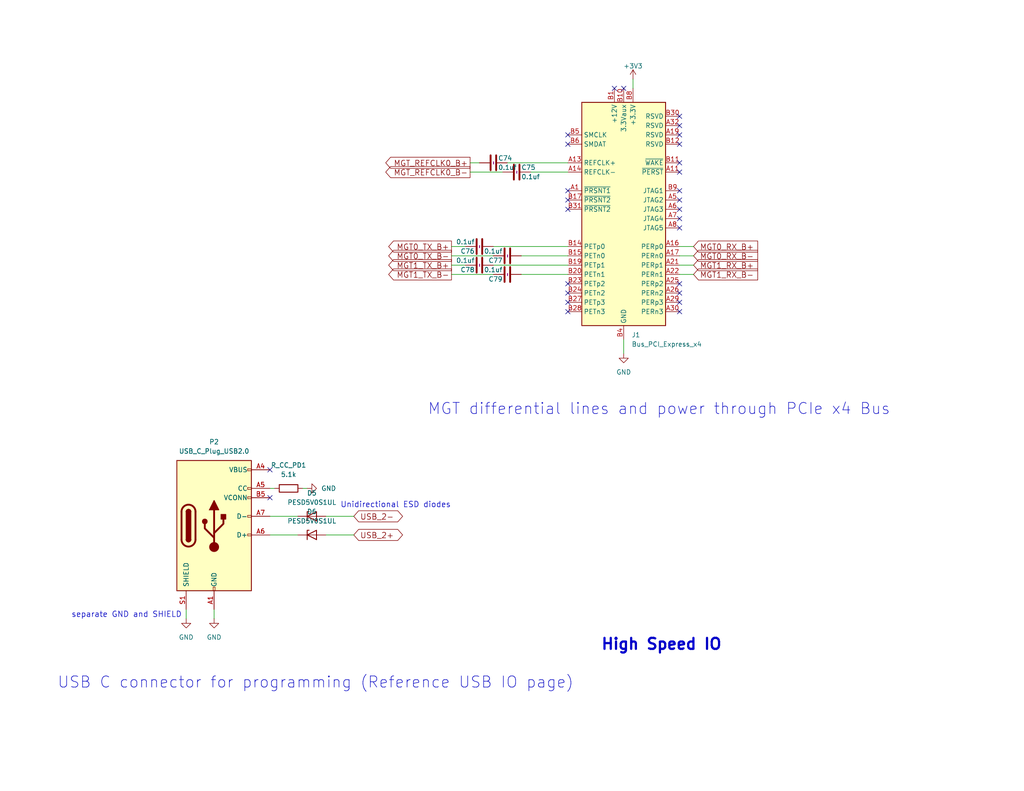
<source format=kicad_sch>
(kicad_sch
	(version 20250114)
	(generator "eeschema")
	(generator_version "9.0")
	(uuid "c0ad4323-d170-490e-a12e-3da4a15c9c0e")
	(paper "A")
	(title_block
		(title "hFPGA")
		(date "2025-09-16")
		(rev "D")
		(company "Ethan Yang (github.com/ethanyangtaco115) & Stanely Wang")
		(comment 1 "A modification of the PicoEVB (github.com/RHSResearchLLC/PicoEVB)")
		(comment 2 "An expansion")
	)
	(lib_symbols
		(symbol "+3V3_1"
			(power)
			(pin_names
				(offset 0)
			)
			(exclude_from_sim no)
			(in_bom yes)
			(on_board yes)
			(property "Reference" "#PWR"
				(at 0 -3.81 0)
				(effects
					(font
						(size 1.27 1.27)
					)
					(hide yes)
				)
			)
			(property "Value" "+3V3"
				(at 0 3.556 0)
				(effects
					(font
						(size 1.27 1.27)
					)
				)
			)
			(property "Footprint" ""
				(at 0 0 0)
				(effects
					(font
						(size 1.27 1.27)
					)
					(hide yes)
				)
			)
			(property "Datasheet" ""
				(at 0 0 0)
				(effects
					(font
						(size 1.27 1.27)
					)
					(hide yes)
				)
			)
			(property "Description" ""
				(at 0 0 0)
				(effects
					(font
						(size 1.27 1.27)
					)
					(hide yes)
				)
			)
			(property "Field5" ""
				(at 0 0 0)
				(effects
					(font
						(size 1.27 1.27)
					)
					(hide yes)
				)
			)
			(symbol "+3V3_1_0_1"
				(polyline
					(pts
						(xy -0.762 1.27) (xy 0 2.54)
					)
					(stroke
						(width 0)
						(type solid)
					)
					(fill
						(type none)
					)
				)
				(polyline
					(pts
						(xy 0 2.54) (xy 0.762 1.27)
					)
					(stroke
						(width 0)
						(type solid)
					)
					(fill
						(type none)
					)
				)
				(polyline
					(pts
						(xy 0 0) (xy 0 2.54)
					)
					(stroke
						(width 0)
						(type solid)
					)
					(fill
						(type none)
					)
				)
			)
			(symbol "+3V3_1_1_1"
				(pin power_in line
					(at 0 0 90)
					(length 0)
					(hide yes)
					(name "+3V3"
						(effects
							(font
								(size 1.27 1.27)
							)
						)
					)
					(number "1"
						(effects
							(font
								(size 1.27 1.27)
							)
						)
					)
				)
			)
			(embedded_fonts no)
		)
		(symbol "+3V3_2"
			(power)
			(pin_names
				(offset 0)
			)
			(exclude_from_sim no)
			(in_bom yes)
			(on_board yes)
			(property "Reference" "#PWR"
				(at 0 -3.81 0)
				(effects
					(font
						(size 1.27 1.27)
					)
					(hide yes)
				)
			)
			(property "Value" "+3V3"
				(at 0 3.556 0)
				(effects
					(font
						(size 1.27 1.27)
					)
				)
			)
			(property "Footprint" ""
				(at 0 0 0)
				(effects
					(font
						(size 1.27 1.27)
					)
					(hide yes)
				)
			)
			(property "Datasheet" ""
				(at 0 0 0)
				(effects
					(font
						(size 1.27 1.27)
					)
					(hide yes)
				)
			)
			(property "Description" ""
				(at 0 0 0)
				(effects
					(font
						(size 1.27 1.27)
					)
					(hide yes)
				)
			)
			(property "Field5" ""
				(at 0 0 0)
				(effects
					(font
						(size 1.27 1.27)
					)
					(hide yes)
				)
			)
			(symbol "+3V3_2_0_1"
				(polyline
					(pts
						(xy -0.762 1.27) (xy 0 2.54)
					)
					(stroke
						(width 0)
						(type solid)
					)
					(fill
						(type none)
					)
				)
				(polyline
					(pts
						(xy 0 2.54) (xy 0.762 1.27)
					)
					(stroke
						(width 0)
						(type solid)
					)
					(fill
						(type none)
					)
				)
				(polyline
					(pts
						(xy 0 0) (xy 0 2.54)
					)
					(stroke
						(width 0)
						(type solid)
					)
					(fill
						(type none)
					)
				)
			)
			(symbol "+3V3_2_1_1"
				(pin power_in line
					(at 0 0 90)
					(length 0)
					(hide yes)
					(name "+3V3"
						(effects
							(font
								(size 1.27 1.27)
							)
						)
					)
					(number "1"
						(effects
							(font
								(size 1.27 1.27)
							)
						)
					)
				)
			)
			(embedded_fonts no)
		)
		(symbol "C_1"
			(pin_numbers
				(hide yes)
			)
			(pin_names
				(offset 0.254)
			)
			(exclude_from_sim no)
			(in_bom yes)
			(on_board yes)
			(property "Reference" "C"
				(at 0.635 2.54 0)
				(effects
					(font
						(size 1.27 1.27)
					)
					(justify left)
				)
			)
			(property "Value" "C"
				(at 0.635 -2.54 0)
				(effects
					(font
						(size 1.27 1.27)
					)
					(justify left)
				)
			)
			(property "Footprint" ""
				(at 0.9652 -3.81 0)
				(effects
					(font
						(size 1.27 1.27)
					)
					(hide yes)
				)
			)
			(property "Datasheet" ""
				(at 0 0 0)
				(effects
					(font
						(size 1.27 1.27)
					)
					(hide yes)
				)
			)
			(property "Description" ""
				(at 0 0 0)
				(effects
					(font
						(size 1.27 1.27)
					)
					(hide yes)
				)
			)
			(property "Field5" ""
				(at 0 0 0)
				(effects
					(font
						(size 1.27 1.27)
					)
					(hide yes)
				)
			)
			(property "ki_fp_filters" "C_*"
				(at 0 0 0)
				(effects
					(font
						(size 1.27 1.27)
					)
					(hide yes)
				)
			)
			(symbol "C_1_0_1"
				(polyline
					(pts
						(xy -2.032 0.762) (xy 2.032 0.762)
					)
					(stroke
						(width 0.508)
						(type solid)
					)
					(fill
						(type none)
					)
				)
				(polyline
					(pts
						(xy -2.032 -0.762) (xy 2.032 -0.762)
					)
					(stroke
						(width 0.508)
						(type solid)
					)
					(fill
						(type none)
					)
				)
			)
			(symbol "C_1_1_1"
				(pin passive line
					(at 0 3.81 270)
					(length 2.794)
					(name "~"
						(effects
							(font
								(size 1.27 1.27)
							)
						)
					)
					(number "1"
						(effects
							(font
								(size 1.27 1.27)
							)
						)
					)
				)
				(pin passive line
					(at 0 -3.81 90)
					(length 2.794)
					(name "~"
						(effects
							(font
								(size 1.27 1.27)
							)
						)
					)
					(number "2"
						(effects
							(font
								(size 1.27 1.27)
							)
						)
					)
				)
			)
			(embedded_fonts no)
		)
		(symbol "C_2"
			(pin_numbers
				(hide yes)
			)
			(pin_names
				(offset 0.254)
			)
			(exclude_from_sim no)
			(in_bom yes)
			(on_board yes)
			(property "Reference" "C"
				(at 0.635 2.54 0)
				(effects
					(font
						(size 1.27 1.27)
					)
					(justify left)
				)
			)
			(property "Value" "C"
				(at 0.635 -2.54 0)
				(effects
					(font
						(size 1.27 1.27)
					)
					(justify left)
				)
			)
			(property "Footprint" ""
				(at 0.9652 -3.81 0)
				(effects
					(font
						(size 1.27 1.27)
					)
					(hide yes)
				)
			)
			(property "Datasheet" ""
				(at 0 0 0)
				(effects
					(font
						(size 1.27 1.27)
					)
					(hide yes)
				)
			)
			(property "Description" ""
				(at 0 0 0)
				(effects
					(font
						(size 1.27 1.27)
					)
					(hide yes)
				)
			)
			(property "Field5" ""
				(at 0 0 0)
				(effects
					(font
						(size 1.27 1.27)
					)
					(hide yes)
				)
			)
			(property "ki_fp_filters" "C_*"
				(at 0 0 0)
				(effects
					(font
						(size 1.27 1.27)
					)
					(hide yes)
				)
			)
			(symbol "C_2_0_1"
				(polyline
					(pts
						(xy -2.032 0.762) (xy 2.032 0.762)
					)
					(stroke
						(width 0.508)
						(type solid)
					)
					(fill
						(type none)
					)
				)
				(polyline
					(pts
						(xy -2.032 -0.762) (xy 2.032 -0.762)
					)
					(stroke
						(width 0.508)
						(type solid)
					)
					(fill
						(type none)
					)
				)
			)
			(symbol "C_2_1_1"
				(pin passive line
					(at 0 3.81 270)
					(length 2.794)
					(name "~"
						(effects
							(font
								(size 1.27 1.27)
							)
						)
					)
					(number "1"
						(effects
							(font
								(size 1.27 1.27)
							)
						)
					)
				)
				(pin passive line
					(at 0 -3.81 90)
					(length 2.794)
					(name "~"
						(effects
							(font
								(size 1.27 1.27)
							)
						)
					)
					(number "2"
						(effects
							(font
								(size 1.27 1.27)
							)
						)
					)
				)
			)
			(embedded_fonts no)
		)
		(symbol "C_3"
			(pin_numbers
				(hide yes)
			)
			(pin_names
				(offset 0.254)
			)
			(exclude_from_sim no)
			(in_bom yes)
			(on_board yes)
			(property "Reference" "C"
				(at 0.635 2.54 0)
				(effects
					(font
						(size 1.27 1.27)
					)
					(justify left)
				)
			)
			(property "Value" "C"
				(at 0.635 -2.54 0)
				(effects
					(font
						(size 1.27 1.27)
					)
					(justify left)
				)
			)
			(property "Footprint" ""
				(at 0.9652 -3.81 0)
				(effects
					(font
						(size 1.27 1.27)
					)
					(hide yes)
				)
			)
			(property "Datasheet" ""
				(at 0 0 0)
				(effects
					(font
						(size 1.27 1.27)
					)
					(hide yes)
				)
			)
			(property "Description" ""
				(at 0 0 0)
				(effects
					(font
						(size 1.27 1.27)
					)
					(hide yes)
				)
			)
			(property "Field5" ""
				(at 0 0 0)
				(effects
					(font
						(size 1.27 1.27)
					)
					(hide yes)
				)
			)
			(property "ki_fp_filters" "C_*"
				(at 0 0 0)
				(effects
					(font
						(size 1.27 1.27)
					)
					(hide yes)
				)
			)
			(symbol "C_3_0_1"
				(polyline
					(pts
						(xy -2.032 0.762) (xy 2.032 0.762)
					)
					(stroke
						(width 0.508)
						(type solid)
					)
					(fill
						(type none)
					)
				)
				(polyline
					(pts
						(xy -2.032 -0.762) (xy 2.032 -0.762)
					)
					(stroke
						(width 0.508)
						(type solid)
					)
					(fill
						(type none)
					)
				)
			)
			(symbol "C_3_1_1"
				(pin passive line
					(at 0 3.81 270)
					(length 2.794)
					(name "~"
						(effects
							(font
								(size 1.27 1.27)
							)
						)
					)
					(number "1"
						(effects
							(font
								(size 1.27 1.27)
							)
						)
					)
				)
				(pin passive line
					(at 0 -3.81 90)
					(length 2.794)
					(name "~"
						(effects
							(font
								(size 1.27 1.27)
							)
						)
					)
					(number "2"
						(effects
							(font
								(size 1.27 1.27)
							)
						)
					)
				)
			)
			(embedded_fonts no)
		)
		(symbol "C_4"
			(pin_numbers
				(hide yes)
			)
			(pin_names
				(offset 0.254)
			)
			(exclude_from_sim no)
			(in_bom yes)
			(on_board yes)
			(property "Reference" "C"
				(at 0.635 2.54 0)
				(effects
					(font
						(size 1.27 1.27)
					)
					(justify left)
				)
			)
			(property "Value" "C"
				(at 0.635 -2.54 0)
				(effects
					(font
						(size 1.27 1.27)
					)
					(justify left)
				)
			)
			(property "Footprint" ""
				(at 0.9652 -3.81 0)
				(effects
					(font
						(size 1.27 1.27)
					)
					(hide yes)
				)
			)
			(property "Datasheet" ""
				(at 0 0 0)
				(effects
					(font
						(size 1.27 1.27)
					)
					(hide yes)
				)
			)
			(property "Description" ""
				(at 0 0 0)
				(effects
					(font
						(size 1.27 1.27)
					)
					(hide yes)
				)
			)
			(property "Field5" ""
				(at 0 0 0)
				(effects
					(font
						(size 1.27 1.27)
					)
					(hide yes)
				)
			)
			(property "ki_fp_filters" "C_*"
				(at 0 0 0)
				(effects
					(font
						(size 1.27 1.27)
					)
					(hide yes)
				)
			)
			(symbol "C_4_0_1"
				(polyline
					(pts
						(xy -2.032 0.762) (xy 2.032 0.762)
					)
					(stroke
						(width 0.508)
						(type solid)
					)
					(fill
						(type none)
					)
				)
				(polyline
					(pts
						(xy -2.032 -0.762) (xy 2.032 -0.762)
					)
					(stroke
						(width 0.508)
						(type solid)
					)
					(fill
						(type none)
					)
				)
			)
			(symbol "C_4_1_1"
				(pin passive line
					(at 0 3.81 270)
					(length 2.794)
					(name "~"
						(effects
							(font
								(size 1.27 1.27)
							)
						)
					)
					(number "1"
						(effects
							(font
								(size 1.27 1.27)
							)
						)
					)
				)
				(pin passive line
					(at 0 -3.81 90)
					(length 2.794)
					(name "~"
						(effects
							(font
								(size 1.27 1.27)
							)
						)
					)
					(number "2"
						(effects
							(font
								(size 1.27 1.27)
							)
						)
					)
				)
			)
			(embedded_fonts no)
		)
		(symbol "C_5"
			(pin_numbers
				(hide yes)
			)
			(pin_names
				(offset 0.254)
			)
			(exclude_from_sim no)
			(in_bom yes)
			(on_board yes)
			(property "Reference" "C"
				(at 0.635 2.54 0)
				(effects
					(font
						(size 1.27 1.27)
					)
					(justify left)
				)
			)
			(property "Value" "C"
				(at 0.635 -2.54 0)
				(effects
					(font
						(size 1.27 1.27)
					)
					(justify left)
				)
			)
			(property "Footprint" ""
				(at 0.9652 -3.81 0)
				(effects
					(font
						(size 1.27 1.27)
					)
					(hide yes)
				)
			)
			(property "Datasheet" ""
				(at 0 0 0)
				(effects
					(font
						(size 1.27 1.27)
					)
					(hide yes)
				)
			)
			(property "Description" ""
				(at 0 0 0)
				(effects
					(font
						(size 1.27 1.27)
					)
					(hide yes)
				)
			)
			(property "Field5" ""
				(at 0 0 0)
				(effects
					(font
						(size 1.27 1.27)
					)
					(hide yes)
				)
			)
			(property "ki_fp_filters" "C_*"
				(at 0 0 0)
				(effects
					(font
						(size 1.27 1.27)
					)
					(hide yes)
				)
			)
			(symbol "C_5_0_1"
				(polyline
					(pts
						(xy -2.032 0.762) (xy 2.032 0.762)
					)
					(stroke
						(width 0.508)
						(type solid)
					)
					(fill
						(type none)
					)
				)
				(polyline
					(pts
						(xy -2.032 -0.762) (xy 2.032 -0.762)
					)
					(stroke
						(width 0.508)
						(type solid)
					)
					(fill
						(type none)
					)
				)
			)
			(symbol "C_5_1_1"
				(pin passive line
					(at 0 3.81 270)
					(length 2.794)
					(name "~"
						(effects
							(font
								(size 1.27 1.27)
							)
						)
					)
					(number "1"
						(effects
							(font
								(size 1.27 1.27)
							)
						)
					)
				)
				(pin passive line
					(at 0 -3.81 90)
					(length 2.794)
					(name "~"
						(effects
							(font
								(size 1.27 1.27)
							)
						)
					)
					(number "2"
						(effects
							(font
								(size 1.27 1.27)
							)
						)
					)
				)
			)
			(embedded_fonts no)
		)
		(symbol "C_6"
			(pin_numbers
				(hide yes)
			)
			(pin_names
				(offset 0.254)
			)
			(exclude_from_sim no)
			(in_bom yes)
			(on_board yes)
			(property "Reference" "C"
				(at 0.635 2.54 0)
				(effects
					(font
						(size 1.27 1.27)
					)
					(justify left)
				)
			)
			(property "Value" "C"
				(at 0.635 -2.54 0)
				(effects
					(font
						(size 1.27 1.27)
					)
					(justify left)
				)
			)
			(property "Footprint" ""
				(at 0.9652 -3.81 0)
				(effects
					(font
						(size 1.27 1.27)
					)
					(hide yes)
				)
			)
			(property "Datasheet" ""
				(at 0 0 0)
				(effects
					(font
						(size 1.27 1.27)
					)
					(hide yes)
				)
			)
			(property "Description" ""
				(at 0 0 0)
				(effects
					(font
						(size 1.27 1.27)
					)
					(hide yes)
				)
			)
			(property "Field5" ""
				(at 0 0 0)
				(effects
					(font
						(size 1.27 1.27)
					)
					(hide yes)
				)
			)
			(property "ki_fp_filters" "C_*"
				(at 0 0 0)
				(effects
					(font
						(size 1.27 1.27)
					)
					(hide yes)
				)
			)
			(symbol "C_6_0_1"
				(polyline
					(pts
						(xy -2.032 0.762) (xy 2.032 0.762)
					)
					(stroke
						(width 0.508)
						(type solid)
					)
					(fill
						(type none)
					)
				)
				(polyline
					(pts
						(xy -2.032 -0.762) (xy 2.032 -0.762)
					)
					(stroke
						(width 0.508)
						(type solid)
					)
					(fill
						(type none)
					)
				)
			)
			(symbol "C_6_1_1"
				(pin passive line
					(at 0 3.81 270)
					(length 2.794)
					(name "~"
						(effects
							(font
								(size 1.27 1.27)
							)
						)
					)
					(number "1"
						(effects
							(font
								(size 1.27 1.27)
							)
						)
					)
				)
				(pin passive line
					(at 0 -3.81 90)
					(length 2.794)
					(name "~"
						(effects
							(font
								(size 1.27 1.27)
							)
						)
					)
					(number "2"
						(effects
							(font
								(size 1.27 1.27)
							)
						)
					)
				)
			)
			(embedded_fonts no)
		)
		(symbol "C_7"
			(pin_numbers
				(hide yes)
			)
			(pin_names
				(offset 0.254)
			)
			(exclude_from_sim no)
			(in_bom yes)
			(on_board yes)
			(property "Reference" "C"
				(at 0.635 2.54 0)
				(effects
					(font
						(size 1.27 1.27)
					)
					(justify left)
				)
			)
			(property "Value" "C"
				(at 0.635 -2.54 0)
				(effects
					(font
						(size 1.27 1.27)
					)
					(justify left)
				)
			)
			(property "Footprint" ""
				(at 0.9652 -3.81 0)
				(effects
					(font
						(size 1.27 1.27)
					)
					(hide yes)
				)
			)
			(property "Datasheet" ""
				(at 0 0 0)
				(effects
					(font
						(size 1.27 1.27)
					)
					(hide yes)
				)
			)
			(property "Description" ""
				(at 0 0 0)
				(effects
					(font
						(size 1.27 1.27)
					)
					(hide yes)
				)
			)
			(property "Field5" ""
				(at 0 0 0)
				(effects
					(font
						(size 1.27 1.27)
					)
					(hide yes)
				)
			)
			(property "ki_fp_filters" "C_*"
				(at 0 0 0)
				(effects
					(font
						(size 1.27 1.27)
					)
					(hide yes)
				)
			)
			(symbol "C_7_0_1"
				(polyline
					(pts
						(xy -2.032 0.762) (xy 2.032 0.762)
					)
					(stroke
						(width 0.508)
						(type solid)
					)
					(fill
						(type none)
					)
				)
				(polyline
					(pts
						(xy -2.032 -0.762) (xy 2.032 -0.762)
					)
					(stroke
						(width 0.508)
						(type solid)
					)
					(fill
						(type none)
					)
				)
			)
			(symbol "C_7_1_1"
				(pin passive line
					(at 0 3.81 270)
					(length 2.794)
					(name "~"
						(effects
							(font
								(size 1.27 1.27)
							)
						)
					)
					(number "1"
						(effects
							(font
								(size 1.27 1.27)
							)
						)
					)
				)
				(pin passive line
					(at 0 -3.81 90)
					(length 2.794)
					(name "~"
						(effects
							(font
								(size 1.27 1.27)
							)
						)
					)
					(number "2"
						(effects
							(font
								(size 1.27 1.27)
							)
						)
					)
				)
			)
			(embedded_fonts no)
		)
		(symbol "C_8"
			(pin_numbers
				(hide yes)
			)
			(pin_names
				(offset 0.254)
			)
			(exclude_from_sim no)
			(in_bom yes)
			(on_board yes)
			(property "Reference" "C"
				(at 0.635 2.54 0)
				(effects
					(font
						(size 1.27 1.27)
					)
					(justify left)
				)
			)
			(property "Value" "C"
				(at 0.635 -2.54 0)
				(effects
					(font
						(size 1.27 1.27)
					)
					(justify left)
				)
			)
			(property "Footprint" ""
				(at 0.9652 -3.81 0)
				(effects
					(font
						(size 1.27 1.27)
					)
					(hide yes)
				)
			)
			(property "Datasheet" ""
				(at 0 0 0)
				(effects
					(font
						(size 1.27 1.27)
					)
					(hide yes)
				)
			)
			(property "Description" ""
				(at 0 0 0)
				(effects
					(font
						(size 1.27 1.27)
					)
					(hide yes)
				)
			)
			(property "Field5" ""
				(at 0 0 0)
				(effects
					(font
						(size 1.27 1.27)
					)
					(hide yes)
				)
			)
			(property "ki_fp_filters" "C_*"
				(at 0 0 0)
				(effects
					(font
						(size 1.27 1.27)
					)
					(hide yes)
				)
			)
			(symbol "C_8_0_1"
				(polyline
					(pts
						(xy -2.032 0.762) (xy 2.032 0.762)
					)
					(stroke
						(width 0.508)
						(type solid)
					)
					(fill
						(type none)
					)
				)
				(polyline
					(pts
						(xy -2.032 -0.762) (xy 2.032 -0.762)
					)
					(stroke
						(width 0.508)
						(type solid)
					)
					(fill
						(type none)
					)
				)
			)
			(symbol "C_8_1_1"
				(pin passive line
					(at 0 3.81 270)
					(length 2.794)
					(name "~"
						(effects
							(font
								(size 1.27 1.27)
							)
						)
					)
					(number "1"
						(effects
							(font
								(size 1.27 1.27)
							)
						)
					)
				)
				(pin passive line
					(at 0 -3.81 90)
					(length 2.794)
					(name "~"
						(effects
							(font
								(size 1.27 1.27)
							)
						)
					)
					(number "2"
						(effects
							(font
								(size 1.27 1.27)
							)
						)
					)
				)
			)
			(embedded_fonts no)
		)
		(symbol "Connector:Bus_PCI_Express_x4"
			(exclude_from_sim no)
			(in_bom yes)
			(on_board yes)
			(property "Reference" "J"
				(at -8.89 33.02 0)
				(effects
					(font
						(size 1.27 1.27)
					)
				)
			)
			(property "Value" "Bus_PCI_Express_x4"
				(at 12.7 33.02 0)
				(effects
					(font
						(size 1.27 1.27)
					)
				)
			)
			(property "Footprint" "Connector_PCBEdge:BUS_PCIexpress_x4"
				(at 0 -2.54 0)
				(effects
					(font
						(size 1.27 1.27)
					)
					(hide yes)
				)
			)
			(property "Datasheet" "http://www.ritrontek.com/uploadfile/2016/1026/20161026105231124.pdf#page=63"
				(at -6.35 -31.75 0)
				(effects
					(font
						(size 1.27 1.27)
					)
					(hide yes)
				)
			)
			(property "Description" "PCI Express bus connector x4"
				(at 0 0 0)
				(effects
					(font
						(size 1.27 1.27)
					)
					(hide yes)
				)
			)
			(property "ki_keywords" "pcie"
				(at 0 0 0)
				(effects
					(font
						(size 1.27 1.27)
					)
					(hide yes)
				)
			)
			(property "ki_fp_filters" "*PCIexpress*"
				(at 0 0 0)
				(effects
					(font
						(size 1.27 1.27)
					)
					(hide yes)
				)
			)
			(symbol "Bus_PCI_Express_x4_0_1"
				(rectangle
					(start -11.43 31.75)
					(end 11.43 -29.21)
					(stroke
						(width 0.254)
						(type default)
					)
					(fill
						(type background)
					)
				)
			)
			(symbol "Bus_PCI_Express_x4_1_1"
				(pin input line
					(at -15.24 22.86 0)
					(length 3.81)
					(name "SMCLK"
						(effects
							(font
								(size 1.27 1.27)
							)
						)
					)
					(number "B5"
						(effects
							(font
								(size 1.27 1.27)
							)
						)
					)
				)
				(pin bidirectional line
					(at -15.24 20.32 0)
					(length 3.81)
					(name "SMDAT"
						(effects
							(font
								(size 1.27 1.27)
							)
						)
					)
					(number "B6"
						(effects
							(font
								(size 1.27 1.27)
							)
						)
					)
				)
				(pin input line
					(at -15.24 15.24 0)
					(length 3.81)
					(name "REFCLK+"
						(effects
							(font
								(size 1.27 1.27)
							)
						)
					)
					(number "A13"
						(effects
							(font
								(size 1.27 1.27)
							)
						)
					)
				)
				(pin input line
					(at -15.24 12.7 0)
					(length 3.81)
					(name "REFCLK-"
						(effects
							(font
								(size 1.27 1.27)
							)
						)
					)
					(number "A14"
						(effects
							(font
								(size 1.27 1.27)
							)
						)
					)
				)
				(pin passive line
					(at -15.24 7.62 0)
					(length 3.81)
					(name "~{PRSNT1}"
						(effects
							(font
								(size 1.27 1.27)
							)
						)
					)
					(number "A1"
						(effects
							(font
								(size 1.27 1.27)
							)
						)
					)
				)
				(pin passive line
					(at -15.24 5.08 0)
					(length 3.81)
					(name "~{PRSNT2}"
						(effects
							(font
								(size 1.27 1.27)
							)
						)
					)
					(number "B17"
						(effects
							(font
								(size 1.27 1.27)
							)
						)
					)
				)
				(pin passive line
					(at -15.24 2.54 0)
					(length 3.81)
					(name "~{PRSNT2}"
						(effects
							(font
								(size 1.27 1.27)
							)
						)
					)
					(number "B31"
						(effects
							(font
								(size 1.27 1.27)
							)
						)
					)
				)
				(pin input line
					(at -15.24 -7.62 0)
					(length 3.81)
					(name "PETp0"
						(effects
							(font
								(size 1.27 1.27)
							)
						)
					)
					(number "B14"
						(effects
							(font
								(size 1.27 1.27)
							)
						)
					)
				)
				(pin input line
					(at -15.24 -10.16 0)
					(length 3.81)
					(name "PETn0"
						(effects
							(font
								(size 1.27 1.27)
							)
						)
					)
					(number "B15"
						(effects
							(font
								(size 1.27 1.27)
							)
						)
					)
				)
				(pin input line
					(at -15.24 -12.7 0)
					(length 3.81)
					(name "PETp1"
						(effects
							(font
								(size 1.27 1.27)
							)
						)
					)
					(number "B19"
						(effects
							(font
								(size 1.27 1.27)
							)
						)
					)
				)
				(pin input line
					(at -15.24 -15.24 0)
					(length 3.81)
					(name "PETn1"
						(effects
							(font
								(size 1.27 1.27)
							)
						)
					)
					(number "B20"
						(effects
							(font
								(size 1.27 1.27)
							)
						)
					)
				)
				(pin input line
					(at -15.24 -17.78 0)
					(length 3.81)
					(name "PETp2"
						(effects
							(font
								(size 1.27 1.27)
							)
						)
					)
					(number "B23"
						(effects
							(font
								(size 1.27 1.27)
							)
						)
					)
				)
				(pin input line
					(at -15.24 -20.32 0)
					(length 3.81)
					(name "PETn2"
						(effects
							(font
								(size 1.27 1.27)
							)
						)
					)
					(number "B24"
						(effects
							(font
								(size 1.27 1.27)
							)
						)
					)
				)
				(pin input line
					(at -15.24 -22.86 0)
					(length 3.81)
					(name "PETp3"
						(effects
							(font
								(size 1.27 1.27)
							)
						)
					)
					(number "B27"
						(effects
							(font
								(size 1.27 1.27)
							)
						)
					)
				)
				(pin input line
					(at -15.24 -25.4 0)
					(length 3.81)
					(name "PETn3"
						(effects
							(font
								(size 1.27 1.27)
							)
						)
					)
					(number "B28"
						(effects
							(font
								(size 1.27 1.27)
							)
						)
					)
				)
				(pin passive line
					(at -2.54 35.56 270)
					(length 3.81)
					(hide yes)
					(name "+12V"
						(effects
							(font
								(size 1.27 1.27)
							)
						)
					)
					(number "A2"
						(effects
							(font
								(size 1.27 1.27)
							)
						)
					)
				)
				(pin passive line
					(at -2.54 35.56 270)
					(length 3.81)
					(hide yes)
					(name "+12V"
						(effects
							(font
								(size 1.27 1.27)
							)
						)
					)
					(number "A3"
						(effects
							(font
								(size 1.27 1.27)
							)
						)
					)
				)
				(pin power_in line
					(at -2.54 35.56 270)
					(length 3.81)
					(name "+12V"
						(effects
							(font
								(size 1.27 1.27)
							)
						)
					)
					(number "B1"
						(effects
							(font
								(size 1.27 1.27)
							)
						)
					)
				)
				(pin passive line
					(at -2.54 35.56 270)
					(length 3.81)
					(hide yes)
					(name "+12V"
						(effects
							(font
								(size 1.27 1.27)
							)
						)
					)
					(number "B2"
						(effects
							(font
								(size 1.27 1.27)
							)
						)
					)
				)
				(pin passive line
					(at -2.54 35.56 270)
					(length 3.81)
					(hide yes)
					(name "+12V"
						(effects
							(font
								(size 1.27 1.27)
							)
						)
					)
					(number "B3"
						(effects
							(font
								(size 1.27 1.27)
							)
						)
					)
				)
				(pin power_in line
					(at 0 35.56 270)
					(length 3.81)
					(name "3.3Vaux"
						(effects
							(font
								(size 1.27 1.27)
							)
						)
					)
					(number "B10"
						(effects
							(font
								(size 1.27 1.27)
							)
						)
					)
				)
				(pin passive line
					(at 0 -33.02 90)
					(length 3.81)
					(hide yes)
					(name "GND"
						(effects
							(font
								(size 1.27 1.27)
							)
						)
					)
					(number "A12"
						(effects
							(font
								(size 1.27 1.27)
							)
						)
					)
				)
				(pin passive line
					(at 0 -33.02 90)
					(length 3.81)
					(hide yes)
					(name "GND"
						(effects
							(font
								(size 1.27 1.27)
							)
						)
					)
					(number "A15"
						(effects
							(font
								(size 1.27 1.27)
							)
						)
					)
				)
				(pin passive line
					(at 0 -33.02 90)
					(length 3.81)
					(hide yes)
					(name "GND"
						(effects
							(font
								(size 1.27 1.27)
							)
						)
					)
					(number "A18"
						(effects
							(font
								(size 1.27 1.27)
							)
						)
					)
				)
				(pin passive line
					(at 0 -33.02 90)
					(length 3.81)
					(hide yes)
					(name "GND"
						(effects
							(font
								(size 1.27 1.27)
							)
						)
					)
					(number "A20"
						(effects
							(font
								(size 1.27 1.27)
							)
						)
					)
				)
				(pin passive line
					(at 0 -33.02 90)
					(length 3.81)
					(hide yes)
					(name "GND"
						(effects
							(font
								(size 1.27 1.27)
							)
						)
					)
					(number "A23"
						(effects
							(font
								(size 1.27 1.27)
							)
						)
					)
				)
				(pin passive line
					(at 0 -33.02 90)
					(length 3.81)
					(hide yes)
					(name "GND"
						(effects
							(font
								(size 1.27 1.27)
							)
						)
					)
					(number "A24"
						(effects
							(font
								(size 1.27 1.27)
							)
						)
					)
				)
				(pin passive line
					(at 0 -33.02 90)
					(length 3.81)
					(hide yes)
					(name "GND"
						(effects
							(font
								(size 1.27 1.27)
							)
						)
					)
					(number "A27"
						(effects
							(font
								(size 1.27 1.27)
							)
						)
					)
				)
				(pin passive line
					(at 0 -33.02 90)
					(length 3.81)
					(hide yes)
					(name "GND"
						(effects
							(font
								(size 1.27 1.27)
							)
						)
					)
					(number "A28"
						(effects
							(font
								(size 1.27 1.27)
							)
						)
					)
				)
				(pin passive line
					(at 0 -33.02 90)
					(length 3.81)
					(hide yes)
					(name "GND"
						(effects
							(font
								(size 1.27 1.27)
							)
						)
					)
					(number "A31"
						(effects
							(font
								(size 1.27 1.27)
							)
						)
					)
				)
				(pin passive line
					(at 0 -33.02 90)
					(length 3.81)
					(hide yes)
					(name "GND"
						(effects
							(font
								(size 1.27 1.27)
							)
						)
					)
					(number "A4"
						(effects
							(font
								(size 1.27 1.27)
							)
						)
					)
				)
				(pin passive line
					(at 0 -33.02 90)
					(length 3.81)
					(hide yes)
					(name "GND"
						(effects
							(font
								(size 1.27 1.27)
							)
						)
					)
					(number "B13"
						(effects
							(font
								(size 1.27 1.27)
							)
						)
					)
				)
				(pin passive line
					(at 0 -33.02 90)
					(length 3.81)
					(hide yes)
					(name "GND"
						(effects
							(font
								(size 1.27 1.27)
							)
						)
					)
					(number "B16"
						(effects
							(font
								(size 1.27 1.27)
							)
						)
					)
				)
				(pin passive line
					(at 0 -33.02 90)
					(length 3.81)
					(hide yes)
					(name "GND"
						(effects
							(font
								(size 1.27 1.27)
							)
						)
					)
					(number "B18"
						(effects
							(font
								(size 1.27 1.27)
							)
						)
					)
				)
				(pin passive line
					(at 0 -33.02 90)
					(length 3.81)
					(hide yes)
					(name "GND"
						(effects
							(font
								(size 1.27 1.27)
							)
						)
					)
					(number "B21"
						(effects
							(font
								(size 1.27 1.27)
							)
						)
					)
				)
				(pin passive line
					(at 0 -33.02 90)
					(length 3.81)
					(hide yes)
					(name "GND"
						(effects
							(font
								(size 1.27 1.27)
							)
						)
					)
					(number "B22"
						(effects
							(font
								(size 1.27 1.27)
							)
						)
					)
				)
				(pin passive line
					(at 0 -33.02 90)
					(length 3.81)
					(hide yes)
					(name "GND"
						(effects
							(font
								(size 1.27 1.27)
							)
						)
					)
					(number "B25"
						(effects
							(font
								(size 1.27 1.27)
							)
						)
					)
				)
				(pin passive line
					(at 0 -33.02 90)
					(length 3.81)
					(hide yes)
					(name "GND"
						(effects
							(font
								(size 1.27 1.27)
							)
						)
					)
					(number "B26"
						(effects
							(font
								(size 1.27 1.27)
							)
						)
					)
				)
				(pin passive line
					(at 0 -33.02 90)
					(length 3.81)
					(hide yes)
					(name "GND"
						(effects
							(font
								(size 1.27 1.27)
							)
						)
					)
					(number "B29"
						(effects
							(font
								(size 1.27 1.27)
							)
						)
					)
				)
				(pin passive line
					(at 0 -33.02 90)
					(length 3.81)
					(hide yes)
					(name "GND"
						(effects
							(font
								(size 1.27 1.27)
							)
						)
					)
					(number "B32"
						(effects
							(font
								(size 1.27 1.27)
							)
						)
					)
				)
				(pin power_in line
					(at 0 -33.02 90)
					(length 3.81)
					(name "GND"
						(effects
							(font
								(size 1.27 1.27)
							)
						)
					)
					(number "B4"
						(effects
							(font
								(size 1.27 1.27)
							)
						)
					)
				)
				(pin passive line
					(at 0 -33.02 90)
					(length 3.81)
					(hide yes)
					(name "GND"
						(effects
							(font
								(size 1.27 1.27)
							)
						)
					)
					(number "B7"
						(effects
							(font
								(size 1.27 1.27)
							)
						)
					)
				)
				(pin passive line
					(at 2.54 35.56 270)
					(length 3.81)
					(hide yes)
					(name "+3.3V"
						(effects
							(font
								(size 1.27 1.27)
							)
						)
					)
					(number "A10"
						(effects
							(font
								(size 1.27 1.27)
							)
						)
					)
				)
				(pin passive line
					(at 2.54 35.56 270)
					(length 3.81)
					(hide yes)
					(name "+3.3V"
						(effects
							(font
								(size 1.27 1.27)
							)
						)
					)
					(number "A9"
						(effects
							(font
								(size 1.27 1.27)
							)
						)
					)
				)
				(pin power_in line
					(at 2.54 35.56 270)
					(length 3.81)
					(name "+3.3V"
						(effects
							(font
								(size 1.27 1.27)
							)
						)
					)
					(number "B8"
						(effects
							(font
								(size 1.27 1.27)
							)
						)
					)
				)
				(pin passive line
					(at 15.24 27.94 180)
					(length 3.81)
					(name "RSVD"
						(effects
							(font
								(size 1.27 1.27)
							)
						)
					)
					(number "B30"
						(effects
							(font
								(size 1.27 1.27)
							)
						)
					)
				)
				(pin passive line
					(at 15.24 25.4 180)
					(length 3.81)
					(name "RSVD"
						(effects
							(font
								(size 1.27 1.27)
							)
						)
					)
					(number "A32"
						(effects
							(font
								(size 1.27 1.27)
							)
						)
					)
				)
				(pin passive line
					(at 15.24 22.86 180)
					(length 3.81)
					(name "RSVD"
						(effects
							(font
								(size 1.27 1.27)
							)
						)
					)
					(number "A19"
						(effects
							(font
								(size 1.27 1.27)
							)
						)
					)
				)
				(pin passive line
					(at 15.24 20.32 180)
					(length 3.81)
					(name "RSVD"
						(effects
							(font
								(size 1.27 1.27)
							)
						)
					)
					(number "B12"
						(effects
							(font
								(size 1.27 1.27)
							)
						)
					)
				)
				(pin open_collector line
					(at 15.24 15.24 180)
					(length 3.81)
					(name "~{WAKE}"
						(effects
							(font
								(size 1.27 1.27)
							)
						)
					)
					(number "B11"
						(effects
							(font
								(size 1.27 1.27)
							)
						)
					)
				)
				(pin input line
					(at 15.24 12.7 180)
					(length 3.81)
					(name "~{PERST}"
						(effects
							(font
								(size 1.27 1.27)
							)
						)
					)
					(number "A11"
						(effects
							(font
								(size 1.27 1.27)
							)
						)
					)
				)
				(pin input line
					(at 15.24 7.62 180)
					(length 3.81)
					(name "JTAG1"
						(effects
							(font
								(size 1.27 1.27)
							)
						)
					)
					(number "B9"
						(effects
							(font
								(size 1.27 1.27)
							)
						)
					)
				)
				(pin input line
					(at 15.24 5.08 180)
					(length 3.81)
					(name "JTAG2"
						(effects
							(font
								(size 1.27 1.27)
							)
						)
					)
					(number "A5"
						(effects
							(font
								(size 1.27 1.27)
							)
						)
					)
				)
				(pin input line
					(at 15.24 2.54 180)
					(length 3.81)
					(name "JTAG3"
						(effects
							(font
								(size 1.27 1.27)
							)
						)
					)
					(number "A6"
						(effects
							(font
								(size 1.27 1.27)
							)
						)
					)
				)
				(pin output line
					(at 15.24 0 180)
					(length 3.81)
					(name "JTAG4"
						(effects
							(font
								(size 1.27 1.27)
							)
						)
					)
					(number "A7"
						(effects
							(font
								(size 1.27 1.27)
							)
						)
					)
				)
				(pin input line
					(at 15.24 -2.54 180)
					(length 3.81)
					(name "JTAG5"
						(effects
							(font
								(size 1.27 1.27)
							)
						)
					)
					(number "A8"
						(effects
							(font
								(size 1.27 1.27)
							)
						)
					)
				)
				(pin output line
					(at 15.24 -7.62 180)
					(length 3.81)
					(name "PERp0"
						(effects
							(font
								(size 1.27 1.27)
							)
						)
					)
					(number "A16"
						(effects
							(font
								(size 1.27 1.27)
							)
						)
					)
				)
				(pin output line
					(at 15.24 -10.16 180)
					(length 3.81)
					(name "PERn0"
						(effects
							(font
								(size 1.27 1.27)
							)
						)
					)
					(number "A17"
						(effects
							(font
								(size 1.27 1.27)
							)
						)
					)
				)
				(pin output line
					(at 15.24 -12.7 180)
					(length 3.81)
					(name "PERp1"
						(effects
							(font
								(size 1.27 1.27)
							)
						)
					)
					(number "A21"
						(effects
							(font
								(size 1.27 1.27)
							)
						)
					)
				)
				(pin output line
					(at 15.24 -15.24 180)
					(length 3.81)
					(name "PERn1"
						(effects
							(font
								(size 1.27 1.27)
							)
						)
					)
					(number "A22"
						(effects
							(font
								(size 1.27 1.27)
							)
						)
					)
				)
				(pin output line
					(at 15.24 -17.78 180)
					(length 3.81)
					(name "PERp2"
						(effects
							(font
								(size 1.27 1.27)
							)
						)
					)
					(number "A25"
						(effects
							(font
								(size 1.27 1.27)
							)
						)
					)
				)
				(pin output line
					(at 15.24 -20.32 180)
					(length 3.81)
					(name "PERn2"
						(effects
							(font
								(size 1.27 1.27)
							)
						)
					)
					(number "A26"
						(effects
							(font
								(size 1.27 1.27)
							)
						)
					)
				)
				(pin output line
					(at 15.24 -22.86 180)
					(length 3.81)
					(name "PERp3"
						(effects
							(font
								(size 1.27 1.27)
							)
						)
					)
					(number "A29"
						(effects
							(font
								(size 1.27 1.27)
							)
						)
					)
				)
				(pin output line
					(at 15.24 -25.4 180)
					(length 3.81)
					(name "PERn3"
						(effects
							(font
								(size 1.27 1.27)
							)
						)
					)
					(number "A30"
						(effects
							(font
								(size 1.27 1.27)
							)
						)
					)
				)
			)
			(embedded_fonts no)
		)
		(symbol "Connector:USB_C_Plug_USB2.0"
			(pin_names
				(offset 1.016)
			)
			(exclude_from_sim no)
			(in_bom yes)
			(on_board yes)
			(property "Reference" "P"
				(at -10.16 19.05 0)
				(effects
					(font
						(size 1.27 1.27)
					)
					(justify left)
				)
			)
			(property "Value" "USB_C_Plug_USB2.0"
				(at 12.7 19.05 0)
				(effects
					(font
						(size 1.27 1.27)
					)
					(justify right)
				)
			)
			(property "Footprint" ""
				(at 3.81 0 0)
				(effects
					(font
						(size 1.27 1.27)
					)
					(hide yes)
				)
			)
			(property "Datasheet" "https://www.usb.org/sites/default/files/documents/usb_type-c.zip"
				(at 3.81 0 0)
				(effects
					(font
						(size 1.27 1.27)
					)
					(hide yes)
				)
			)
			(property "Description" "USB 2.0-only Type-C Plug connector"
				(at 0 0 0)
				(effects
					(font
						(size 1.27 1.27)
					)
					(hide yes)
				)
			)
			(property "ki_keywords" "usb universal serial bus type-C USB2.0"
				(at 0 0 0)
				(effects
					(font
						(size 1.27 1.27)
					)
					(hide yes)
				)
			)
			(property "ki_fp_filters" "USB*C*Plug*"
				(at 0 0 0)
				(effects
					(font
						(size 1.27 1.27)
					)
					(hide yes)
				)
			)
			(symbol "USB_C_Plug_USB2.0_0_0"
				(rectangle
					(start -0.254 -17.78)
					(end 0.254 -16.764)
					(stroke
						(width 0)
						(type default)
					)
					(fill
						(type none)
					)
				)
				(rectangle
					(start 10.16 15.494)
					(end 9.144 14.986)
					(stroke
						(width 0)
						(type default)
					)
					(fill
						(type none)
					)
				)
				(rectangle
					(start 10.16 10.414)
					(end 9.144 9.906)
					(stroke
						(width 0)
						(type default)
					)
					(fill
						(type none)
					)
				)
				(rectangle
					(start 10.16 7.874)
					(end 9.144 7.366)
					(stroke
						(width 0)
						(type default)
					)
					(fill
						(type none)
					)
				)
				(rectangle
					(start 10.16 2.794)
					(end 9.144 2.286)
					(stroke
						(width 0)
						(type default)
					)
					(fill
						(type none)
					)
				)
				(rectangle
					(start 10.16 -2.286)
					(end 9.144 -2.794)
					(stroke
						(width 0)
						(type default)
					)
					(fill
						(type none)
					)
				)
			)
			(symbol "USB_C_Plug_USB2.0_0_1"
				(rectangle
					(start -10.16 17.78)
					(end 10.16 -17.78)
					(stroke
						(width 0.254)
						(type default)
					)
					(fill
						(type background)
					)
				)
				(polyline
					(pts
						(xy -8.89 -3.81) (xy -8.89 3.81)
					)
					(stroke
						(width 0.508)
						(type default)
					)
					(fill
						(type none)
					)
				)
				(rectangle
					(start -7.62 -3.81)
					(end -6.35 3.81)
					(stroke
						(width 0.254)
						(type default)
					)
					(fill
						(type outline)
					)
				)
				(arc
					(start -7.62 3.81)
					(mid -6.985 4.4423)
					(end -6.35 3.81)
					(stroke
						(width 0.254)
						(type default)
					)
					(fill
						(type none)
					)
				)
				(arc
					(start -7.62 3.81)
					(mid -6.985 4.4423)
					(end -6.35 3.81)
					(stroke
						(width 0.254)
						(type default)
					)
					(fill
						(type outline)
					)
				)
				(arc
					(start -8.89 3.81)
					(mid -6.985 5.7067)
					(end -5.08 3.81)
					(stroke
						(width 0.508)
						(type default)
					)
					(fill
						(type none)
					)
				)
				(arc
					(start -5.08 -3.81)
					(mid -6.985 -5.7067)
					(end -8.89 -3.81)
					(stroke
						(width 0.508)
						(type default)
					)
					(fill
						(type none)
					)
				)
				(arc
					(start -6.35 -3.81)
					(mid -6.985 -4.4423)
					(end -7.62 -3.81)
					(stroke
						(width 0.254)
						(type default)
					)
					(fill
						(type none)
					)
				)
				(arc
					(start -6.35 -3.81)
					(mid -6.985 -4.4423)
					(end -7.62 -3.81)
					(stroke
						(width 0.254)
						(type default)
					)
					(fill
						(type outline)
					)
				)
				(polyline
					(pts
						(xy -5.08 3.81) (xy -5.08 -3.81)
					)
					(stroke
						(width 0.508)
						(type default)
					)
					(fill
						(type none)
					)
				)
				(circle
					(center -2.54 1.143)
					(radius 0.635)
					(stroke
						(width 0.254)
						(type default)
					)
					(fill
						(type outline)
					)
				)
				(polyline
					(pts
						(xy -1.27 4.318) (xy 0 6.858) (xy 1.27 4.318) (xy -1.27 4.318)
					)
					(stroke
						(width 0.254)
						(type default)
					)
					(fill
						(type outline)
					)
				)
				(polyline
					(pts
						(xy 0 -2.032) (xy 2.54 0.508) (xy 2.54 1.778)
					)
					(stroke
						(width 0.508)
						(type default)
					)
					(fill
						(type none)
					)
				)
				(polyline
					(pts
						(xy 0 -3.302) (xy -2.54 -0.762) (xy -2.54 0.508)
					)
					(stroke
						(width 0.508)
						(type default)
					)
					(fill
						(type none)
					)
				)
				(polyline
					(pts
						(xy 0 -5.842) (xy 0 4.318)
					)
					(stroke
						(width 0.508)
						(type default)
					)
					(fill
						(type none)
					)
				)
				(circle
					(center 0 -5.842)
					(radius 1.27)
					(stroke
						(width 0)
						(type default)
					)
					(fill
						(type outline)
					)
				)
				(rectangle
					(start 1.905 1.778)
					(end 3.175 3.048)
					(stroke
						(width 0.254)
						(type default)
					)
					(fill
						(type outline)
					)
				)
			)
			(symbol "USB_C_Plug_USB2.0_1_1"
				(pin passive line
					(at -7.62 -22.86 90)
					(length 5.08)
					(name "SHIELD"
						(effects
							(font
								(size 1.27 1.27)
							)
						)
					)
					(number "S1"
						(effects
							(font
								(size 1.27 1.27)
							)
						)
					)
				)
				(pin passive line
					(at 0 -22.86 90)
					(length 5.08)
					(name "GND"
						(effects
							(font
								(size 1.27 1.27)
							)
						)
					)
					(number "A1"
						(effects
							(font
								(size 1.27 1.27)
							)
						)
					)
				)
				(pin passive line
					(at 0 -22.86 90)
					(length 5.08)
					(hide yes)
					(name "GND"
						(effects
							(font
								(size 1.27 1.27)
							)
						)
					)
					(number "A12"
						(effects
							(font
								(size 1.27 1.27)
							)
						)
					)
				)
				(pin passive line
					(at 0 -22.86 90)
					(length 5.08)
					(hide yes)
					(name "GND"
						(effects
							(font
								(size 1.27 1.27)
							)
						)
					)
					(number "B1"
						(effects
							(font
								(size 1.27 1.27)
							)
						)
					)
				)
				(pin passive line
					(at 0 -22.86 90)
					(length 5.08)
					(hide yes)
					(name "GND"
						(effects
							(font
								(size 1.27 1.27)
							)
						)
					)
					(number "B12"
						(effects
							(font
								(size 1.27 1.27)
							)
						)
					)
				)
				(pin passive line
					(at 15.24 15.24 180)
					(length 5.08)
					(name "VBUS"
						(effects
							(font
								(size 1.27 1.27)
							)
						)
					)
					(number "A4"
						(effects
							(font
								(size 1.27 1.27)
							)
						)
					)
				)
				(pin passive line
					(at 15.24 15.24 180)
					(length 5.08)
					(hide yes)
					(name "VBUS"
						(effects
							(font
								(size 1.27 1.27)
							)
						)
					)
					(number "A9"
						(effects
							(font
								(size 1.27 1.27)
							)
						)
					)
				)
				(pin passive line
					(at 15.24 15.24 180)
					(length 5.08)
					(hide yes)
					(name "VBUS"
						(effects
							(font
								(size 1.27 1.27)
							)
						)
					)
					(number "B4"
						(effects
							(font
								(size 1.27 1.27)
							)
						)
					)
				)
				(pin passive line
					(at 15.24 15.24 180)
					(length 5.08)
					(hide yes)
					(name "VBUS"
						(effects
							(font
								(size 1.27 1.27)
							)
						)
					)
					(number "B9"
						(effects
							(font
								(size 1.27 1.27)
							)
						)
					)
				)
				(pin bidirectional line
					(at 15.24 10.16 180)
					(length 5.08)
					(name "CC"
						(effects
							(font
								(size 1.27 1.27)
							)
						)
					)
					(number "A5"
						(effects
							(font
								(size 1.27 1.27)
							)
						)
					)
				)
				(pin bidirectional line
					(at 15.24 7.62 180)
					(length 5.08)
					(name "VCONN"
						(effects
							(font
								(size 1.27 1.27)
							)
						)
					)
					(number "B5"
						(effects
							(font
								(size 1.27 1.27)
							)
						)
					)
				)
				(pin bidirectional line
					(at 15.24 2.54 180)
					(length 5.08)
					(name "D-"
						(effects
							(font
								(size 1.27 1.27)
							)
						)
					)
					(number "A7"
						(effects
							(font
								(size 1.27 1.27)
							)
						)
					)
				)
				(pin bidirectional line
					(at 15.24 -2.54 180)
					(length 5.08)
					(name "D+"
						(effects
							(font
								(size 1.27 1.27)
							)
						)
					)
					(number "A6"
						(effects
							(font
								(size 1.27 1.27)
							)
						)
					)
				)
			)
			(embedded_fonts no)
		)
		(symbol "Device:R"
			(pin_numbers
				(hide yes)
			)
			(pin_names
				(offset 0)
			)
			(exclude_from_sim no)
			(in_bom yes)
			(on_board yes)
			(property "Reference" "R"
				(at 2.032 0 90)
				(effects
					(font
						(size 1.27 1.27)
					)
				)
			)
			(property "Value" "R"
				(at 0 0 90)
				(effects
					(font
						(size 1.27 1.27)
					)
				)
			)
			(property "Footprint" ""
				(at -1.778 0 90)
				(effects
					(font
						(size 1.27 1.27)
					)
					(hide yes)
				)
			)
			(property "Datasheet" "~"
				(at 0 0 0)
				(effects
					(font
						(size 1.27 1.27)
					)
					(hide yes)
				)
			)
			(property "Description" "Resistor"
				(at 0 0 0)
				(effects
					(font
						(size 1.27 1.27)
					)
					(hide yes)
				)
			)
			(property "ki_keywords" "R res resistor"
				(at 0 0 0)
				(effects
					(font
						(size 1.27 1.27)
					)
					(hide yes)
				)
			)
			(property "ki_fp_filters" "R_*"
				(at 0 0 0)
				(effects
					(font
						(size 1.27 1.27)
					)
					(hide yes)
				)
			)
			(symbol "R_0_1"
				(rectangle
					(start -1.016 -2.54)
					(end 1.016 2.54)
					(stroke
						(width 0.254)
						(type default)
					)
					(fill
						(type none)
					)
				)
			)
			(symbol "R_1_1"
				(pin passive line
					(at 0 3.81 270)
					(length 1.27)
					(name "~"
						(effects
							(font
								(size 1.27 1.27)
							)
						)
					)
					(number "1"
						(effects
							(font
								(size 1.27 1.27)
							)
						)
					)
				)
				(pin passive line
					(at 0 -3.81 90)
					(length 1.27)
					(name "~"
						(effects
							(font
								(size 1.27 1.27)
							)
						)
					)
					(number "2"
						(effects
							(font
								(size 1.27 1.27)
							)
						)
					)
				)
			)
			(embedded_fonts no)
		)
		(symbol "Diode:PESD5V0S1UL"
			(pin_numbers
				(hide yes)
			)
			(pin_names
				(hide yes)
			)
			(exclude_from_sim no)
			(in_bom yes)
			(on_board yes)
			(property "Reference" "D"
				(at 0 2.54 0)
				(effects
					(font
						(size 1.27 1.27)
					)
				)
			)
			(property "Value" "PESD5V0S1UL"
				(at 0 -2.54 0)
				(effects
					(font
						(size 1.27 1.27)
					)
				)
			)
			(property "Footprint" "Diode_SMD:D_SOD-882"
				(at 0 -5.08 0)
				(effects
					(font
						(size 1.27 1.27)
					)
					(hide yes)
				)
			)
			(property "Datasheet" "https://assets.nexperia.com/documents/data-sheet/PESD5V0S1UL.pdf"
				(at 0 5.08 0)
				(effects
					(font
						(size 1.27 1.27)
					)
					(hide yes)
				)
			)
			(property "Description" "Unidirectional ESD protection diode, 5V, SOD-882"
				(at 0 7.62 0)
				(effects
					(font
						(size 1.27 1.27)
					)
					(hide yes)
				)
			)
			(property "ki_keywords" "diode"
				(at 0 0 0)
				(effects
					(font
						(size 1.27 1.27)
					)
					(hide yes)
				)
			)
			(property "ki_fp_filters" "D*SOD?882"
				(at 0 0 0)
				(effects
					(font
						(size 1.27 1.27)
					)
					(hide yes)
				)
			)
			(symbol "PESD5V0S1UL_0_1"
				(polyline
					(pts
						(xy -1.27 -1.27) (xy -1.27 1.27) (xy -0.762 1.27)
					)
					(stroke
						(width 0.254)
						(type default)
					)
					(fill
						(type none)
					)
				)
				(polyline
					(pts
						(xy 1.27 0) (xy -1.27 0)
					)
					(stroke
						(width 0)
						(type default)
					)
					(fill
						(type none)
					)
				)
				(polyline
					(pts
						(xy 1.27 -1.27) (xy 1.27 1.27) (xy -1.27 0) (xy 1.27 -1.27)
					)
					(stroke
						(width 0.254)
						(type default)
					)
					(fill
						(type none)
					)
				)
			)
			(symbol "PESD5V0S1UL_1_1"
				(pin passive line
					(at -3.81 0 0)
					(length 2.54)
					(name "K"
						(effects
							(font
								(size 1.27 1.27)
							)
						)
					)
					(number "1"
						(effects
							(font
								(size 1.27 1.27)
							)
						)
					)
				)
				(pin passive line
					(at 3.81 0 180)
					(length 2.54)
					(name "A"
						(effects
							(font
								(size 1.27 1.27)
							)
						)
					)
					(number "2"
						(effects
							(font
								(size 1.27 1.27)
							)
						)
					)
				)
			)
			(embedded_fonts no)
		)
		(symbol "GND_1"
			(power)
			(pin_names
				(offset 0)
			)
			(exclude_from_sim no)
			(in_bom yes)
			(on_board yes)
			(property "Reference" "#PWR"
				(at 0 -6.35 0)
				(effects
					(font
						(size 1.27 1.27)
					)
					(hide yes)
				)
			)
			(property "Value" "GND"
				(at 0 -3.81 0)
				(effects
					(font
						(size 1.27 1.27)
					)
				)
			)
			(property "Footprint" ""
				(at 0 0 0)
				(effects
					(font
						(size 1.27 1.27)
					)
					(hide yes)
				)
			)
			(property "Datasheet" ""
				(at 0 0 0)
				(effects
					(font
						(size 1.27 1.27)
					)
					(hide yes)
				)
			)
			(property "Description" ""
				(at 0 0 0)
				(effects
					(font
						(size 1.27 1.27)
					)
					(hide yes)
				)
			)
			(property "Field5" ""
				(at 0 0 0)
				(effects
					(font
						(size 1.27 1.27)
					)
					(hide yes)
				)
			)
			(symbol "GND_1_0_1"
				(polyline
					(pts
						(xy 0 0) (xy 0 -1.27) (xy 1.27 -1.27) (xy 0 -2.54) (xy -1.27 -1.27) (xy 0 -1.27)
					)
					(stroke
						(width 0)
						(type solid)
					)
					(fill
						(type none)
					)
				)
			)
			(symbol "GND_1_1_1"
				(pin power_in line
					(at 0 0 270)
					(length 0)
					(hide yes)
					(name "GND"
						(effects
							(font
								(size 1.27 1.27)
							)
						)
					)
					(number "1"
						(effects
							(font
								(size 1.27 1.27)
							)
						)
					)
				)
			)
			(embedded_fonts no)
		)
		(symbol "GND_2"
			(power)
			(pin_names
				(offset 0)
			)
			(exclude_from_sim no)
			(in_bom yes)
			(on_board yes)
			(property "Reference" "#PWR"
				(at 0 -6.35 0)
				(effects
					(font
						(size 1.27 1.27)
					)
					(hide yes)
				)
			)
			(property "Value" "GND"
				(at 0 -3.81 0)
				(effects
					(font
						(size 1.27 1.27)
					)
				)
			)
			(property "Footprint" ""
				(at 0 0 0)
				(effects
					(font
						(size 1.27 1.27)
					)
					(hide yes)
				)
			)
			(property "Datasheet" ""
				(at 0 0 0)
				(effects
					(font
						(size 1.27 1.27)
					)
					(hide yes)
				)
			)
			(property "Description" ""
				(at 0 0 0)
				(effects
					(font
						(size 1.27 1.27)
					)
					(hide yes)
				)
			)
			(property "Field5" ""
				(at 0 0 0)
				(effects
					(font
						(size 1.27 1.27)
					)
					(hide yes)
				)
			)
			(symbol "GND_2_0_1"
				(polyline
					(pts
						(xy 0 0) (xy 0 -1.27) (xy 1.27 -1.27) (xy 0 -2.54) (xy -1.27 -1.27) (xy 0 -1.27)
					)
					(stroke
						(width 0)
						(type solid)
					)
					(fill
						(type none)
					)
				)
			)
			(symbol "GND_2_1_1"
				(pin power_in line
					(at 0 0 270)
					(length 0)
					(hide yes)
					(name "GND"
						(effects
							(font
								(size 1.27 1.27)
							)
						)
					)
					(number "1"
						(effects
							(font
								(size 1.27 1.27)
							)
						)
					)
				)
			)
			(embedded_fonts no)
		)
		(symbol "M.2-AE_1"
			(pin_names
				(offset 1.016)
			)
			(exclude_from_sim no)
			(in_bom yes)
			(on_board yes)
			(property "Reference" "PCB"
				(at -10.16 36.83 0)
				(effects
					(font
						(size 1.524 1.524)
					)
				)
			)
			(property "Value" "M.2-AE"
				(at 13.97 36.83 0)
				(effects
					(font
						(size 1.524 1.524)
					)
				)
			)
			(property "Footprint" ""
				(at -11.43 2.54 0)
				(effects
					(font
						(size 1.524 1.524)
					)
					(hide yes)
				)
			)
			(property "Datasheet" ""
				(at -11.43 2.54 0)
				(effects
					(font
						(size 1.524 1.524)
					)
					(hide yes)
				)
			)
			(property "Description" ""
				(at 0 0 0)
				(effects
					(font
						(size 1.27 1.27)
					)
					(hide yes)
				)
			)
			(property "Field5" ""
				(at 0 0 0)
				(effects
					(font
						(size 1.27 1.27)
					)
					(hide yes)
				)
			)
			(symbol "M.2-AE_1_0_1"
				(rectangle
					(start -12.7 35.56)
					(end 11.43 -17.78)
					(stroke
						(width 0)
						(type solid)
					)
					(fill
						(type none)
					)
				)
				(rectangle
					(start 11.43 -17.78)
					(end 11.43 -17.78)
					(stroke
						(width 0)
						(type solid)
					)
					(fill
						(type none)
					)
				)
			)
			(symbol "M.2-AE_1_1_1"
				(pin output line
					(at -17.78 33.02 0)
					(length 5.08)
					(name "REFCLK_p"
						(effects
							(font
								(size 1.27 1.27)
							)
						)
					)
					(number "47"
						(effects
							(font
								(size 1.27 1.27)
							)
						)
					)
				)
				(pin output line
					(at -17.78 30.48 0)
					(length 5.08)
					(name "REFCLK_n"
						(effects
							(font
								(size 1.27 1.27)
							)
						)
					)
					(number "49"
						(effects
							(font
								(size 1.27 1.27)
							)
						)
					)
				)
				(pin input line
					(at -17.78 26.67 0)
					(length 5.08)
					(name "PER0_p"
						(effects
							(font
								(size 1.27 1.27)
							)
						)
					)
					(number "41"
						(effects
							(font
								(size 1.27 1.27)
							)
						)
					)
				)
				(pin input line
					(at -17.78 24.13 0)
					(length 5.08)
					(name "PER0_n"
						(effects
							(font
								(size 1.27 1.27)
							)
						)
					)
					(number "43"
						(effects
							(font
								(size 1.27 1.27)
							)
						)
					)
				)
				(pin output line
					(at -17.78 20.32 0)
					(length 5.08)
					(name "PET0_p"
						(effects
							(font
								(size 1.27 1.27)
							)
						)
					)
					(number "35"
						(effects
							(font
								(size 1.27 1.27)
							)
						)
					)
				)
				(pin output line
					(at -17.78 17.78 0)
					(length 5.08)
					(name "PET0_n"
						(effects
							(font
								(size 1.27 1.27)
							)
						)
					)
					(number "37"
						(effects
							(font
								(size 1.27 1.27)
							)
						)
					)
				)
				(pin power_out line
					(at -17.78 11.43 0)
					(length 5.08)
					(name "3p3v"
						(effects
							(font
								(size 1.27 1.27)
							)
						)
					)
					(number "2"
						(effects
							(font
								(size 1.27 1.27)
							)
						)
					)
				)
				(pin power_in line
					(at -17.78 8.89 0)
					(length 5.08)
					(name "3p3v"
						(effects
							(font
								(size 1.27 1.27)
							)
						)
					)
					(number "4"
						(effects
							(font
								(size 1.27 1.27)
							)
						)
					)
				)
				(pin power_in line
					(at -17.78 6.35 0)
					(length 5.08)
					(name "3p3v"
						(effects
							(font
								(size 1.27 1.27)
							)
						)
					)
					(number "72"
						(effects
							(font
								(size 1.27 1.27)
							)
						)
					)
				)
				(pin power_in line
					(at -17.78 3.81 0)
					(length 5.08)
					(name "3p3v"
						(effects
							(font
								(size 1.27 1.27)
							)
						)
					)
					(number "74"
						(effects
							(font
								(size 1.27 1.27)
							)
						)
					)
				)
				(pin power_out line
					(at -17.78 1.27 0)
					(length 5.08)
					(name "GND"
						(effects
							(font
								(size 1.27 1.27)
							)
						)
					)
					(number "45"
						(effects
							(font
								(size 1.27 1.27)
							)
						)
					)
				)
				(pin power_in line
					(at -17.78 -1.27 0)
					(length 5.08)
					(name "GND"
						(effects
							(font
								(size 1.27 1.27)
							)
						)
					)
					(number "51"
						(effects
							(font
								(size 1.27 1.27)
							)
						)
					)
				)
				(pin power_in line
					(at -17.78 -3.81 0)
					(length 5.08)
					(name "GND"
						(effects
							(font
								(size 1.27 1.27)
							)
						)
					)
					(number "57"
						(effects
							(font
								(size 1.27 1.27)
							)
						)
					)
				)
				(pin power_in line
					(at -17.78 -6.35 0)
					(length 5.08)
					(name "GND"
						(effects
							(font
								(size 1.27 1.27)
							)
						)
					)
					(number "63"
						(effects
							(font
								(size 1.27 1.27)
							)
						)
					)
				)
				(pin power_in line
					(at -17.78 -8.89 0)
					(length 5.08)
					(name "GND"
						(effects
							(font
								(size 1.27 1.27)
							)
						)
					)
					(number "69"
						(effects
							(font
								(size 1.27 1.27)
							)
						)
					)
				)
				(pin bidirectional line
					(at 16.51 33.02 180)
					(length 5.08)
					(name "PEWAKE#"
						(effects
							(font
								(size 1.27 1.27)
							)
						)
					)
					(number "55"
						(effects
							(font
								(size 1.27 1.27)
							)
						)
					)
				)
				(pin input line
					(at 16.51 30.48 180)
					(length 5.08)
					(name "CLKREQ#"
						(effects
							(font
								(size 1.27 1.27)
							)
						)
					)
					(number "53"
						(effects
							(font
								(size 1.27 1.27)
							)
						)
					)
				)
				(pin output line
					(at 16.51 27.94 180)
					(length 5.08)
					(name "PERST#"
						(effects
							(font
								(size 1.27 1.27)
							)
						)
					)
					(number "52"
						(effects
							(font
								(size 1.27 1.27)
							)
						)
					)
				)
				(pin bidirectional line
					(at 16.51 24.13 180)
					(length 5.08)
					(name "USB+"
						(effects
							(font
								(size 1.27 1.27)
							)
						)
					)
					(number "3"
						(effects
							(font
								(size 1.27 1.27)
							)
						)
					)
				)
				(pin bidirectional line
					(at 16.51 21.59 180)
					(length 5.08)
					(name "USB-"
						(effects
							(font
								(size 1.27 1.27)
							)
						)
					)
					(number "5"
						(effects
							(font
								(size 1.27 1.27)
							)
						)
					)
				)
				(pin input line
					(at 16.51 17.78 180)
					(length 5.08)
					(name "LED0"
						(effects
							(font
								(size 1.27 1.27)
							)
						)
					)
					(number "6"
						(effects
							(font
								(size 1.27 1.27)
							)
						)
					)
				)
				(pin input line
					(at 16.51 15.24 180)
					(length 5.08)
					(name "LED1"
						(effects
							(font
								(size 1.27 1.27)
							)
						)
					)
					(number "16"
						(effects
							(font
								(size 1.27 1.27)
							)
						)
					)
				)
				(pin power_in line
					(at 16.51 11.43 180)
					(length 5.08)
					(name "GND"
						(effects
							(font
								(size 1.27 1.27)
							)
						)
					)
					(number "1"
						(effects
							(font
								(size 1.27 1.27)
							)
						)
					)
				)
				(pin power_in line
					(at 16.51 8.89 180)
					(length 5.08)
					(name "GND"
						(effects
							(font
								(size 1.27 1.27)
							)
						)
					)
					(number "7"
						(effects
							(font
								(size 1.27 1.27)
							)
						)
					)
				)
				(pin power_in line
					(at 16.51 6.35 180)
					(length 5.08)
					(name "GND"
						(effects
							(font
								(size 1.27 1.27)
							)
						)
					)
					(number "17"
						(effects
							(font
								(size 1.27 1.27)
							)
						)
					)
				)
				(pin power_in line
					(at 16.51 3.81 180)
					(length 5.08)
					(name "GND"
						(effects
							(font
								(size 1.27 1.27)
							)
						)
					)
					(number "23"
						(effects
							(font
								(size 1.27 1.27)
							)
						)
					)
				)
				(pin power_in line
					(at 16.51 -1.27 180)
					(length 5.08)
					(name "GND"
						(effects
							(font
								(size 1.27 1.27)
							)
						)
					)
					(number "33"
						(effects
							(font
								(size 1.27 1.27)
							)
						)
					)
				)
				(pin power_in line
					(at 16.51 -3.81 180)
					(length 5.08)
					(name "GND"
						(effects
							(font
								(size 1.27 1.27)
							)
						)
					)
					(number "39"
						(effects
							(font
								(size 1.27 1.27)
							)
						)
					)
				)
				(pin power_in line
					(at 16.51 -6.35 180)
					(length 5.08)
					(name "GND"
						(effects
							(font
								(size 1.27 1.27)
							)
						)
					)
					(number "75"
						(effects
							(font
								(size 1.27 1.27)
							)
						)
					)
				)
				(pin power_in line
					(at 16.51 -8.89 180)
					(length 5.08)
					(name "GND"
						(effects
							(font
								(size 1.27 1.27)
							)
						)
					)
					(number "18"
						(effects
							(font
								(size 1.27 1.27)
							)
						)
					)
				)
				(pin output line
					(at 16.51 -12.7 180)
					(length 5.08)
					(name "W_DISABLE0#"
						(effects
							(font
								(size 1.27 1.27)
							)
						)
					)
					(number "56"
						(effects
							(font
								(size 1.27 1.27)
							)
						)
					)
				)
				(pin output line
					(at 16.51 -15.24 180)
					(length 5.08)
					(name "W_DISABLE1#"
						(effects
							(font
								(size 1.27 1.27)
							)
						)
					)
					(number "54"
						(effects
							(font
								(size 1.27 1.27)
							)
						)
					)
				)
			)
			(embedded_fonts no)
		)
		(symbol "PicoEVB-rescue:GND"
			(power)
			(pin_names
				(offset 0)
			)
			(exclude_from_sim no)
			(in_bom yes)
			(on_board yes)
			(property "Reference" "#PWR"
				(at 0 -6.35 0)
				(effects
					(font
						(size 1.27 1.27)
					)
					(hide yes)
				)
			)
			(property "Value" "GND"
				(at 0 -3.81 0)
				(effects
					(font
						(size 1.27 1.27)
					)
				)
			)
			(property "Footprint" ""
				(at 0 0 0)
				(effects
					(font
						(size 1.27 1.27)
					)
					(hide yes)
				)
			)
			(property "Datasheet" ""
				(at 0 0 0)
				(effects
					(font
						(size 1.27 1.27)
					)
					(hide yes)
				)
			)
			(property "Description" ""
				(at 0 0 0)
				(effects
					(font
						(size 1.27 1.27)
					)
					(hide yes)
				)
			)
			(property "Field5" ""
				(at 0 0 0)
				(effects
					(font
						(size 1.27 1.27)
					)
					(hide yes)
				)
			)
			(symbol "GND_0_1"
				(polyline
					(pts
						(xy 0 0) (xy 0 -1.27) (xy 1.27 -1.27) (xy 0 -2.54) (xy -1.27 -1.27) (xy 0 -1.27)
					)
					(stroke
						(width 0)
						(type solid)
					)
					(fill
						(type none)
					)
				)
			)
			(symbol "GND_1_1"
				(pin power_in line
					(at 0 0 270)
					(length 0)
					(hide yes)
					(name "GND"
						(effects
							(font
								(size 1.27 1.27)
							)
						)
					)
					(number "1"
						(effects
							(font
								(size 1.27 1.27)
							)
						)
					)
				)
			)
			(embedded_fonts no)
		)
		(symbol "power:GND"
			(power)
			(pin_numbers
				(hide yes)
			)
			(pin_names
				(offset 0)
				(hide yes)
			)
			(exclude_from_sim no)
			(in_bom yes)
			(on_board yes)
			(property "Reference" "#PWR"
				(at 0 -6.35 0)
				(effects
					(font
						(size 1.27 1.27)
					)
					(hide yes)
				)
			)
			(property "Value" "GND"
				(at 0 -3.81 0)
				(effects
					(font
						(size 1.27 1.27)
					)
				)
			)
			(property "Footprint" ""
				(at 0 0 0)
				(effects
					(font
						(size 1.27 1.27)
					)
					(hide yes)
				)
			)
			(property "Datasheet" ""
				(at 0 0 0)
				(effects
					(font
						(size 1.27 1.27)
					)
					(hide yes)
				)
			)
			(property "Description" "Power symbol creates a global label with name \"GND\" , ground"
				(at 0 0 0)
				(effects
					(font
						(size 1.27 1.27)
					)
					(hide yes)
				)
			)
			(property "ki_keywords" "global power"
				(at 0 0 0)
				(effects
					(font
						(size 1.27 1.27)
					)
					(hide yes)
				)
			)
			(symbol "GND_0_1"
				(polyline
					(pts
						(xy 0 0) (xy 0 -1.27) (xy 1.27 -1.27) (xy 0 -2.54) (xy -1.27 -1.27) (xy 0 -1.27)
					)
					(stroke
						(width 0)
						(type default)
					)
					(fill
						(type none)
					)
				)
			)
			(symbol "GND_1_1"
				(pin power_in line
					(at 0 0 270)
					(length 0)
					(name "~"
						(effects
							(font
								(size 1.27 1.27)
							)
						)
					)
					(number "1"
						(effects
							(font
								(size 1.27 1.27)
							)
						)
					)
				)
			)
			(embedded_fonts no)
		)
	)
	(text "MGT differential lines and power through PCIe x4 Bus"
		(exclude_from_sim no)
		(at 179.832 111.76 0)
		(effects
			(font
				(size 3.048 3.048)
			)
		)
		(uuid "193475c0-29e7-4792-8cb5-a26ebafc4dbf")
	)
	(text "USB C connector for programming (Reference USB IO page)"
		(exclude_from_sim no)
		(at 86.106 186.436 0)
		(effects
			(font
				(size 3.048 3.048)
			)
		)
		(uuid "5154a761-0ed4-400a-a095-4a25c4f46ef4")
	)
	(text "Unidirectional ESD diodes"
		(exclude_from_sim no)
		(at 107.95 137.922 0)
		(effects
			(font
				(size 1.524 1.524)
			)
		)
		(uuid "e7c66b1c-ab4e-470c-8c4e-ee6aa40eb60e")
	)
	(text "separate GND and SHIELD"
		(exclude_from_sim no)
		(at 34.544 167.894 0)
		(effects
			(font
				(size 1.524 1.524)
			)
		)
		(uuid "f68d2b55-57a2-4d0b-8e97-3f62eb089b5c")
	)
	(text "High Speed IO"
		(exclude_from_sim no)
		(at 163.83 177.8 0)
		(effects
			(font
				(size 2.9972 2.9972)
				(thickness 0.5994)
				(bold yes)
			)
			(justify left bottom)
		)
		(uuid "fe402983-8cb9-405b-9d55-2d0d622a7695")
	)
	(no_connect
		(at 185.42 57.15)
		(uuid "05290e40-25f5-49de-a224-dd0e815cbf4a")
	)
	(no_connect
		(at 154.94 52.07)
		(uuid "117b8f72-a956-495f-b48f-0a1df9bb5952")
	)
	(no_connect
		(at 185.42 54.61)
		(uuid "1916b4a3-2ac6-4034-b457-05d5aba17601")
	)
	(no_connect
		(at 185.42 82.55)
		(uuid "3b50fd24-c30a-4654-8d3c-fdbd09f49450")
	)
	(no_connect
		(at 154.94 57.15)
		(uuid "44d60067-07e3-4464-862e-41d0566f0ada")
	)
	(no_connect
		(at 170.18 24.13)
		(uuid "4b4a4c6a-2b0a-4b29-b82f-1922b75b946d")
	)
	(no_connect
		(at 185.42 46.99)
		(uuid "511af426-ff43-4597-9d22-57dd2c6a4d5d")
	)
	(no_connect
		(at 185.42 62.23)
		(uuid "5a7c0cf4-8747-4d0f-aac3-0a1bd71c1eb1")
	)
	(no_connect
		(at 154.94 85.09)
		(uuid "7ae33099-5082-47b0-815a-b6d49d93d4b0")
	)
	(no_connect
		(at 185.42 39.37)
		(uuid "91f9e336-b26e-4403-bf59-fed284f13297")
	)
	(no_connect
		(at 154.94 39.37)
		(uuid "923abe83-b63c-4e50-ac86-2f4d3fc63ce2")
	)
	(no_connect
		(at 185.42 52.07)
		(uuid "9397b3d0-4872-4547-bce4-40e4da58db86")
	)
	(no_connect
		(at 73.66 135.89)
		(uuid "a0dd9a7f-6de6-4412-8c14-eca493085cba")
	)
	(no_connect
		(at 185.42 44.45)
		(uuid "aaa49c7c-c270-4487-bd5b-75381f27dfdc")
	)
	(no_connect
		(at 185.42 34.29)
		(uuid "b3e75a1b-8d03-4283-8907-dd07d3283eb9")
	)
	(no_connect
		(at 185.42 59.69)
		(uuid "b99570f9-4022-4373-a94c-18c7da27160f")
	)
	(no_connect
		(at 185.42 77.47)
		(uuid "c157d093-fbee-400f-8115-678699dd93dd")
	)
	(no_connect
		(at 185.42 85.09)
		(uuid "c54eae4f-e084-47e5-96c6-7fe81a2a003a")
	)
	(no_connect
		(at 154.94 77.47)
		(uuid "cac53094-31e5-47c6-9758-e1a62b81a3b8")
	)
	(no_connect
		(at 185.42 31.75)
		(uuid "e22e9339-562f-4baf-8dda-e4402f5114ae")
	)
	(no_connect
		(at 185.42 80.01)
		(uuid "e2846256-1da3-4c25-a3f7-5dcb5fee2fe8")
	)
	(no_connect
		(at 167.64 24.13)
		(uuid "e43b62a2-11c5-4503-b45f-9007bcbbae94")
	)
	(no_connect
		(at 154.94 54.61)
		(uuid "e4c8d01c-41d3-4889-bfbb-66690abf5d10")
	)
	(no_connect
		(at 154.94 36.83)
		(uuid "ecc5f1d3-19b2-4650-8902-06171cd2f46c")
	)
	(no_connect
		(at 73.66 128.27)
		(uuid "f000a543-ccdd-4c85-9dcc-802d74a1de3d")
	)
	(no_connect
		(at 154.94 82.55)
		(uuid "f094dd58-6064-43b2-9dff-125e1e50ca91")
	)
	(no_connect
		(at 154.94 80.01)
		(uuid "f39bf307-c835-41ad-b3f5-541506a0d386")
	)
	(no_connect
		(at 185.42 36.83)
		(uuid "f830c321-a7df-472b-bfc8-11811c72fcd9")
	)
	(wire
		(pts
			(xy 50.8 166.37) (xy 50.8 168.91)
		)
		(stroke
			(width 0)
			(type default)
		)
		(uuid "3180510e-fba3-475b-9074-5dc2e347bb8e")
	)
	(wire
		(pts
			(xy 58.42 166.37) (xy 58.42 168.91)
		)
		(stroke
			(width 0)
			(type default)
		)
		(uuid "3eb0a42b-fc38-417f-9a8f-5b27bc508e4f")
	)
	(wire
		(pts
			(xy 185.42 69.85) (xy 189.23 69.85)
		)
		(stroke
			(width 0)
			(type default)
		)
		(uuid "423007b6-8b6a-4524-b75b-dbc7a4123c96")
	)
	(wire
		(pts
			(xy 189.23 67.31) (xy 185.42 67.31)
		)
		(stroke
			(width 0)
			(type default)
		)
		(uuid "49c4c962-be22-4c0b-82be-115846350a7d")
	)
	(wire
		(pts
			(xy 154.94 67.31) (xy 134.62 67.31)
		)
		(stroke
			(width 0)
			(type default)
		)
		(uuid "5948e75a-6c39-449a-8cd1-39cd2193a192")
	)
	(wire
		(pts
			(xy 83.82 133.35) (xy 82.55 133.35)
		)
		(stroke
			(width 0)
			(type default)
		)
		(uuid "5f45dcc0-e414-4f81-88ec-467e7916f601")
	)
	(wire
		(pts
			(xy 137.16 46.99) (xy 128.27 46.99)
		)
		(stroke
			(width 0)
			(type default)
		)
		(uuid "602b8c4b-cefd-4300-bd29-d55e4713da4c")
	)
	(wire
		(pts
			(xy 185.42 74.93) (xy 189.23 74.93)
		)
		(stroke
			(width 0)
			(type default)
		)
		(uuid "76231175-e9a0-4a7f-9f8d-81d5c5c960f8")
	)
	(wire
		(pts
			(xy 81.28 146.05) (xy 73.66 146.05)
		)
		(stroke
			(width 0)
			(type default)
		)
		(uuid "79111451-b977-4cbb-b17e-a8811a5ee2af")
	)
	(wire
		(pts
			(xy 88.9 140.97) (xy 96.52 140.97)
		)
		(stroke
			(width 0)
			(type default)
		)
		(uuid "7e468dc2-04c4-4cff-b9ef-0d2bcc1311ec")
	)
	(wire
		(pts
			(xy 142.24 74.93) (xy 154.94 74.93)
		)
		(stroke
			(width 0)
			(type default)
		)
		(uuid "8330a0f9-5c19-4da8-a88d-aee99356d774")
	)
	(wire
		(pts
			(xy 170.18 92.71) (xy 170.18 96.52)
		)
		(stroke
			(width 0)
			(type default)
		)
		(uuid "87163e1d-6a43-4ec0-8e1e-79bc85e0b25e")
	)
	(wire
		(pts
			(xy 172.72 21.59) (xy 172.72 24.13)
		)
		(stroke
			(width 0)
			(type default)
		)
		(uuid "96165c14-94cd-438b-b69d-eab6bee22e3f")
	)
	(wire
		(pts
			(xy 189.23 72.39) (xy 185.42 72.39)
		)
		(stroke
			(width 0)
			(type default)
		)
		(uuid "a5a4c511-0bea-4796-a298-9be994c083fa")
	)
	(wire
		(pts
			(xy 154.94 44.45) (xy 138.43 44.45)
		)
		(stroke
			(width 0)
			(type default)
		)
		(uuid "a7fd49a8-960c-4ed4-8284-f0f12a850e93")
	)
	(wire
		(pts
			(xy 123.19 72.39) (xy 127 72.39)
		)
		(stroke
			(width 0)
			(type default)
		)
		(uuid "a832532f-be52-463e-bf71-1ec6bf07f3f2")
	)
	(wire
		(pts
			(xy 74.93 133.35) (xy 73.66 133.35)
		)
		(stroke
			(width 0)
			(type default)
		)
		(uuid "aa75552a-baf0-4b83-9cc1-58f76abc91b2")
	)
	(wire
		(pts
			(xy 73.66 140.97) (xy 81.28 140.97)
		)
		(stroke
			(width 0)
			(type default)
		)
		(uuid "abee11a9-f35a-420d-94b5-acc6ec1ede30")
	)
	(wire
		(pts
			(xy 130.81 44.45) (xy 128.27 44.45)
		)
		(stroke
			(width 0)
			(type default)
		)
		(uuid "b2617b3f-da9d-4da8-b184-2bf16d757747")
	)
	(wire
		(pts
			(xy 134.62 69.85) (xy 123.19 69.85)
		)
		(stroke
			(width 0)
			(type default)
		)
		(uuid "bb40e402-be27-465f-b778-19c68db07d87")
	)
	(wire
		(pts
			(xy 123.19 67.31) (xy 127 67.31)
		)
		(stroke
			(width 0)
			(type default)
		)
		(uuid "c83be3d3-faef-4e73-b5f6-8f16febb29d2")
	)
	(wire
		(pts
			(xy 154.94 72.39) (xy 134.62 72.39)
		)
		(stroke
			(width 0)
			(type default)
		)
		(uuid "e06b3506-9efd-47ca-8134-b64bc29d2475")
	)
	(wire
		(pts
			(xy 154.94 46.99) (xy 144.78 46.99)
		)
		(stroke
			(width 0)
			(type default)
		)
		(uuid "f27f96a0-1623-47fe-8b81-9e1635fdffbb")
	)
	(wire
		(pts
			(xy 142.24 69.85) (xy 154.94 69.85)
		)
		(stroke
			(width 0)
			(type default)
		)
		(uuid "f45c31fe-ef86-4f93-b287-01e08b457e25")
	)
	(wire
		(pts
			(xy 96.52 146.05) (xy 88.9 146.05)
		)
		(stroke
			(width 0)
			(type default)
		)
		(uuid "f6e9fb85-41e7-4cc4-a238-23f2e6f2872e")
	)
	(wire
		(pts
			(xy 134.62 74.93) (xy 123.19 74.93)
		)
		(stroke
			(width 0)
			(type default)
		)
		(uuid "f7d44d48-adb5-4e4a-b413-1cf40150c4fa")
	)
	(global_label "MGT1_TX_B+"
		(shape output)
		(at 123.19 72.39 180)
		(effects
			(font
				(size 1.524 1.524)
			)
			(justify right)
		)
		(uuid "15c373b9-9e50-4378-b35d-4b43a122f09f")
		(property "Intersheetrefs" "${INTERSHEET_REFS}"
			(at 123.19 72.39 0)
			(effects
				(font
					(size 1.27 1.27)
				)
				(hide yes)
			)
		)
	)
	(global_label "MGT1_RX_B+"
		(shape input)
		(at 189.23 72.39 0)
		(effects
			(font
				(size 1.524 1.524)
			)
			(justify left)
		)
		(uuid "383adf01-702e-4b5a-8aaf-7f532c5e7f19")
		(property "Intersheetrefs" "${INTERSHEET_REFS}"
			(at 189.23 72.39 0)
			(effects
				(font
					(size 1.27 1.27)
				)
				(hide yes)
			)
		)
	)
	(global_label "MGT0_RX_B+"
		(shape input)
		(at 189.23 67.31 0)
		(effects
			(font
				(size 1.524 1.524)
			)
			(justify left)
		)
		(uuid "3947d7ee-f860-4084-9970-570ac3b70d1b")
		(property "Intersheetrefs" "${INTERSHEET_REFS}"
			(at 189.23 67.31 0)
			(effects
				(font
					(size 1.27 1.27)
				)
				(hide yes)
			)
		)
	)
	(global_label "MGT0_RX_B-"
		(shape input)
		(at 189.23 69.85 0)
		(effects
			(font
				(size 1.524 1.524)
			)
			(justify left)
		)
		(uuid "4d889fdf-23fa-42b8-a012-598a7c05ad45")
		(property "Intersheetrefs" "${INTERSHEET_REFS}"
			(at 189.23 69.85 0)
			(effects
				(font
					(size 1.27 1.27)
				)
				(hide yes)
			)
		)
	)
	(global_label "MGT0_TX_B-"
		(shape output)
		(at 123.19 69.85 180)
		(effects
			(font
				(size 1.524 1.524)
			)
			(justify right)
		)
		(uuid "52d1a223-7dcf-40f9-a766-53385223c0e5")
		(property "Intersheetrefs" "${INTERSHEET_REFS}"
			(at 123.19 69.85 0)
			(effects
				(font
					(size 1.27 1.27)
				)
				(hide yes)
			)
		)
	)
	(global_label "MGT_REFCLK0_B+"
		(shape output)
		(at 128.27 44.45 180)
		(effects
			(font
				(size 1.524 1.524)
			)
			(justify right)
		)
		(uuid "5f793620-2362-4c17-982c-fafe8a0c98b8")
		(property "Intersheetrefs" "${INTERSHEET_REFS}"
			(at 128.27 44.45 0)
			(effects
				(font
					(size 1.27 1.27)
				)
				(hide yes)
			)
		)
	)
	(global_label "USB_2+"
		(shape bidirectional)
		(at 96.52 146.05 0)
		(effects
			(font
				(size 1.524 1.524)
			)
			(justify left)
		)
		(uuid "62c2c664-4c7e-4570-84d4-7bcc3ace28d3")
		(property "Intersheetrefs" "${INTERSHEET_REFS}"
			(at 96.52 146.05 0)
			(effects
				(font
					(size 1.27 1.27)
				)
				(hide yes)
			)
		)
	)
	(global_label "MGT0_TX_B+"
		(shape output)
		(at 123.19 67.31 180)
		(effects
			(font
				(size 1.524 1.524)
			)
			(justify right)
		)
		(uuid "9c931d3b-a896-471f-8a49-84092e356057")
		(property "Intersheetrefs" "${INTERSHEET_REFS}"
			(at 123.19 67.31 0)
			(effects
				(font
					(size 1.27 1.27)
				)
				(hide yes)
			)
		)
	)
	(global_label "MGT1_RX_B-"
		(shape input)
		(at 189.23 74.93 0)
		(effects
			(font
				(size 1.524 1.524)
			)
			(justify left)
		)
		(uuid "b7bffece-5537-4fef-abe7-4fb613790bb6")
		(property "Intersheetrefs" "${INTERSHEET_REFS}"
			(at 189.23 74.93 0)
			(effects
				(font
					(size 1.27 1.27)
				)
				(hide yes)
			)
		)
	)
	(global_label "MGT_REFCLK0_B-"
		(shape output)
		(at 128.27 46.99 180)
		(effects
			(font
				(size 1.524 1.524)
			)
			(justify right)
		)
		(uuid "c93c3056-ac36-451d-89ed-18a595616a19")
		(property "Intersheetrefs" "${INTERSHEET_REFS}"
			(at 128.27 46.99 0)
			(effects
				(font
					(size 1.27 1.27)
				)
				(hide yes)
			)
		)
	)
	(global_label "USB_2-"
		(shape bidirectional)
		(at 96.52 140.97 0)
		(effects
			(font
				(size 1.524 1.524)
			)
			(justify left)
		)
		(uuid "e941d1cb-5e0c-45dd-bac8-a550d4ad1688")
		(property "Intersheetrefs" "${INTERSHEET_REFS}"
			(at 96.52 140.97 0)
			(effects
				(font
					(size 1.27 1.27)
				)
				(hide yes)
			)
		)
	)
	(global_label "MGT1_TX_B-"
		(shape output)
		(at 123.19 74.93 180)
		(effects
			(font
				(size 1.524 1.524)
			)
			(justify right)
		)
		(uuid "fbc2de07-808c-4757-a161-a4728ca2f19d")
		(property "Intersheetrefs" "${INTERSHEET_REFS}"
			(at 123.19 74.93 0)
			(effects
				(font
					(size 1.27 1.27)
				)
				(hide yes)
			)
		)
	)
	(symbol
		(lib_name "+3V3_2")
		(lib_id "PicoEVB-rescue:+3V3")
		(at 172.72 21.59 0)
		(unit 1)
		(exclude_from_sim no)
		(in_bom yes)
		(on_board yes)
		(dnp no)
		(uuid "0129ff55-3265-4e56-844a-5aa47f252506")
		(property "Reference" "#PWR017"
			(at 172.72 25.4 0)
			(effects
				(font
					(size 1.27 1.27)
				)
				(hide yes)
			)
		)
		(property "Value" "+3V3"
			(at 172.72 18.034 0)
			(effects
				(font
					(size 1.27 1.27)
				)
			)
		)
		(property "Footprint" ""
			(at 172.72 21.59 0)
			(effects
				(font
					(size 1.27 1.27)
				)
			)
		)
		(property "Datasheet" ""
			(at 172.72 21.59 0)
			(effects
				(font
					(size 1.27 1.27)
				)
			)
		)
		(property "Description" ""
			(at 172.72 21.59 0)
			(effects
				(font
					(size 1.27 1.27)
				)
			)
		)
		(pin "1"
			(uuid "c56ace27-5078-4285-b972-5a5028ee4543")
		)
		(instances
			(project "PicoEVB"
				(path "/425a64d6-34ec-416c-8211-1f7c9aeb5428/00000000-0000-0000-0000-0000588189a7"
					(reference "#PWR017")
					(unit 1)
				)
			)
		)
	)
	(symbol
		(lib_name "C_8")
		(lib_id "PicoEVB-rescue:C")
		(at 134.62 44.45 270)
		(mirror x)
		(unit 1)
		(exclude_from_sim no)
		(in_bom yes)
		(on_board yes)
		(dnp no)
		(uuid "19b52360-1dc2-403d-bd77-c42b1f41d88d")
		(property "Reference" "C74"
			(at 135.89 43.18 90)
			(effects
				(font
					(size 1.27 1.27)
				)
				(justify left)
			)
		)
		(property "Value" "0.1uf"
			(at 135.89 45.72 90)
			(effects
				(font
					(size 1.27 1.27)
				)
				(justify left)
			)
		)
		(property "Footprint" "SMT:c_0201_least"
			(at 130.81 43.4848 0)
			(effects
				(font
					(size 1.27 1.27)
				)
				(hide yes)
			)
		)
		(property "Datasheet" "~"
			(at 134.62 44.45 0)
			(effects
				(font
					(size 1.27 1.27)
				)
			)
		)
		(property "Description" ""
			(at 134.62 44.45 0)
			(effects
				(font
					(size 1.27 1.27)
				)
			)
		)
		(property "MPN" "cc0201krx5r5bb104"
			(at 134.62 44.45 0)
			(effects
				(font
					(size 1.524 1.524)
				)
				(hide yes)
			)
		)
		(property "MFG" "~"
			(at 134.62 44.45 0)
			(effects
				(font
					(size 1.524 1.524)
				)
				(hide yes)
			)
		)
		(pin "1"
			(uuid "9177c5af-d163-4c85-bb75-ddeadc6a36b1")
		)
		(pin "2"
			(uuid "7f7684f9-3d03-470e-9775-cd32dd0223cd")
		)
		(instances
			(project "PicoEVB"
				(path "/425a64d6-34ec-416c-8211-1f7c9aeb5428/00000000-0000-0000-0000-0000588189a7"
					(reference "C74")
					(unit 1)
				)
			)
		)
	)
	(symbol
		(lib_name "C_5")
		(lib_id "PicoEVB-rescue:C")
		(at 138.43 74.93 90)
		(mirror x)
		(unit 1)
		(exclude_from_sim no)
		(in_bom yes)
		(on_board yes)
		(dnp no)
		(uuid "42b3d269-33c1-4ed8-9bd6-db7feb994097")
		(property "Reference" "C79"
			(at 137.16 76.2 90)
			(effects
				(font
					(size 1.27 1.27)
				)
				(justify left)
			)
		)
		(property "Value" "0.1uf"
			(at 137.16 73.66 90)
			(effects
				(font
					(size 1.27 1.27)
				)
				(justify left)
			)
		)
		(property "Footprint" "SMT:c_0201_least"
			(at 142.24 75.8952 0)
			(effects
				(font
					(size 1.27 1.27)
				)
				(hide yes)
			)
		)
		(property "Datasheet" "~"
			(at 138.43 74.93 0)
			(effects
				(font
					(size 1.27 1.27)
				)
			)
		)
		(property "Description" ""
			(at 138.43 74.93 0)
			(effects
				(font
					(size 1.27 1.27)
				)
			)
		)
		(property "MPN" "cc0201krx5r5bb104"
			(at 138.43 74.93 0)
			(effects
				(font
					(size 1.524 1.524)
				)
				(hide yes)
			)
		)
		(property "MFG" "~"
			(at 138.43 74.93 0)
			(effects
				(font
					(size 1.524 1.524)
				)
				(hide yes)
			)
		)
		(pin "2"
			(uuid "5f9e8d82-8a39-4d35-94b6-e353e4f509b2")
		)
		(pin "1"
			(uuid "8c95647d-32ac-489b-9a7f-ef83c1f3e293")
		)
		(instances
			(project "PicoEVB"
				(path "/425a64d6-34ec-416c-8211-1f7c9aeb5428/00000000-0000-0000-0000-0000588189a7"
					(reference "C79")
					(unit 1)
				)
			)
		)
	)
	(symbol
		(lib_id "Diode:PESD5V0S1UL")
		(at 85.09 146.05 0)
		(unit 1)
		(exclude_from_sim no)
		(in_bom yes)
		(on_board yes)
		(dnp no)
		(fields_autoplaced yes)
		(uuid "4a610899-158d-4ca5-96ad-b3bb99213d68")
		(property "Reference" "D6"
			(at 85.09 139.7 0)
			(effects
				(font
					(size 1.27 1.27)
				)
			)
		)
		(property "Value" "PESD5V0S1UL"
			(at 85.09 142.24 0)
			(effects
				(font
					(size 1.27 1.27)
				)
			)
		)
		(property "Footprint" "Diode_SMD:D_SOD-882"
			(at 85.09 151.13 0)
			(effects
				(font
					(size 1.27 1.27)
				)
				(hide yes)
			)
		)
		(property "Datasheet" "https://assets.nexperia.com/documents/data-sheet/PESD5V0S1UL.pdf"
			(at 85.09 140.97 0)
			(effects
				(font
					(size 1.27 1.27)
				)
				(hide yes)
			)
		)
		(property "Description" "Unidirectional ESD protection diode, 5V, SOD-882"
			(at 85.09 138.43 0)
			(effects
				(font
					(size 1.27 1.27)
				)
				(hide yes)
			)
		)
		(pin "1"
			(uuid "1dadf345-d994-4ccb-895e-9b5efa4580a5")
		)
		(pin "2"
			(uuid "968762c1-a58d-49cb-b76d-b55726bee92d")
		)
		(instances
			(project "PicoEVB"
				(path "/425a64d6-34ec-416c-8211-1f7c9aeb5428/00000000-0000-0000-0000-0000588189a7"
					(reference "D6")
					(unit 1)
				)
			)
		)
	)
	(symbol
		(lib_name "C_6")
		(lib_id "PicoEVB-rescue:C")
		(at 140.97 46.99 270)
		(mirror x)
		(unit 1)
		(exclude_from_sim no)
		(in_bom yes)
		(on_board yes)
		(dnp no)
		(uuid "4fac5a6a-104c-4e27-82b9-87b1f394d9a2")
		(property "Reference" "C75"
			(at 142.24 45.72 90)
			(effects
				(font
					(size 1.27 1.27)
				)
				(justify left)
			)
		)
		(property "Value" "0.1uf"
			(at 142.24 48.26 90)
			(effects
				(font
					(size 1.27 1.27)
				)
				(justify left)
			)
		)
		(property "Footprint" "SMT:c_0201_least"
			(at 137.16 46.0248 0)
			(effects
				(font
					(size 1.27 1.27)
				)
				(hide yes)
			)
		)
		(property "Datasheet" "~"
			(at 140.97 46.99 0)
			(effects
				(font
					(size 1.27 1.27)
				)
			)
		)
		(property "Description" ""
			(at 140.97 46.99 0)
			(effects
				(font
					(size 1.27 1.27)
				)
			)
		)
		(property "MPN" "cc0201krx5r5bb104"
			(at 140.97 46.99 0)
			(effects
				(font
					(size 1.524 1.524)
				)
				(hide yes)
			)
		)
		(property "MFG" "~"
			(at 140.97 46.99 0)
			(effects
				(font
					(size 1.524 1.524)
				)
				(hide yes)
			)
		)
		(pin "1"
			(uuid "6862b06f-259a-4893-8c28-a6f64614905e")
		)
		(pin "2"
			(uuid "573c1dba-c846-4cad-8c59-1d05fb1fd6c1")
		)
		(instances
			(project "PicoEVB"
				(path "/425a64d6-34ec-416c-8211-1f7c9aeb5428/00000000-0000-0000-0000-0000588189a7"
					(reference "C75")
					(unit 1)
				)
			)
		)
	)
	(symbol
		(lib_id "power:GND")
		(at 50.8 168.91 0)
		(unit 1)
		(exclude_from_sim no)
		(in_bom yes)
		(on_board yes)
		(dnp no)
		(fields_autoplaced yes)
		(uuid "546ca0ac-2547-4958-a263-e85c93bfbf17")
		(property "Reference" "#PWR020"
			(at 50.8 175.26 0)
			(effects
				(font
					(size 1.27 1.27)
				)
				(hide yes)
			)
		)
		(property "Value" "GND"
			(at 50.8 173.99 0)
			(effects
				(font
					(size 1.27 1.27)
				)
			)
		)
		(property "Footprint" ""
			(at 50.8 168.91 0)
			(effects
				(font
					(size 1.27 1.27)
				)
				(hide yes)
			)
		)
		(property "Datasheet" ""
			(at 50.8 168.91 0)
			(effects
				(font
					(size 1.27 1.27)
				)
				(hide yes)
			)
		)
		(property "Description" "Power symbol creates a global label with name \"GND\" , ground"
			(at 50.8 168.91 0)
			(effects
				(font
					(size 1.27 1.27)
				)
				(hide yes)
			)
		)
		(pin "1"
			(uuid "d80d5456-520c-4ef8-953d-d0f18e75e582")
		)
		(instances
			(project "PicoEVB"
				(path "/425a64d6-34ec-416c-8211-1f7c9aeb5428/00000000-0000-0000-0000-0000588189a7"
					(reference "#PWR020")
					(unit 1)
				)
			)
		)
	)
	(symbol
		(lib_id "power:GND")
		(at 58.42 168.91 0)
		(unit 1)
		(exclude_from_sim no)
		(in_bom yes)
		(on_board yes)
		(dnp no)
		(fields_autoplaced yes)
		(uuid "625eefbe-fe8f-4656-a8d6-e8180016286a")
		(property "Reference" "#PWR019"
			(at 58.42 175.26 0)
			(effects
				(font
					(size 1.27 1.27)
				)
				(hide yes)
			)
		)
		(property "Value" "GND"
			(at 58.42 173.99 0)
			(effects
				(font
					(size 1.27 1.27)
				)
			)
		)
		(property "Footprint" ""
			(at 58.42 168.91 0)
			(effects
				(font
					(size 1.27 1.27)
				)
				(hide yes)
			)
		)
		(property "Datasheet" ""
			(at 58.42 168.91 0)
			(effects
				(font
					(size 1.27 1.27)
				)
				(hide yes)
			)
		)
		(property "Description" "Power symbol creates a global label with name \"GND\" , ground"
			(at 58.42 168.91 0)
			(effects
				(font
					(size 1.27 1.27)
				)
				(hide yes)
			)
		)
		(pin "1"
			(uuid "67902d95-a415-421b-844d-4a7240949d03")
		)
		(instances
			(project ""
				(path "/425a64d6-34ec-416c-8211-1f7c9aeb5428/00000000-0000-0000-0000-0000588189a7"
					(reference "#PWR019")
					(unit 1)
				)
			)
		)
	)
	(symbol
		(lib_id "Device:R")
		(at 78.74 133.35 90)
		(unit 1)
		(exclude_from_sim no)
		(in_bom yes)
		(on_board yes)
		(dnp no)
		(fields_autoplaced yes)
		(uuid "68cd7d7f-242f-4833-96ce-b5184fb79ad7")
		(property "Reference" "R_CC_PD1"
			(at 78.74 127 90)
			(effects
				(font
					(size 1.27 1.27)
				)
			)
		)
		(property "Value" "5.1k"
			(at 78.74 129.54 90)
			(effects
				(font
					(size 1.27 1.27)
				)
			)
		)
		(property "Footprint" "Resistor_SMD:R_0201_0603Metric"
			(at 78.74 135.128 90)
			(effects
				(font
					(size 1.27 1.27)
				)
				(hide yes)
			)
		)
		(property "Datasheet" "~"
			(at 78.74 133.35 0)
			(effects
				(font
					(size 1.27 1.27)
				)
				(hide yes)
			)
		)
		(property "Description" "Resistor"
			(at 78.74 133.35 0)
			(effects
				(font
					(size 1.27 1.27)
				)
				(hide yes)
			)
		)
		(pin "2"
			(uuid "df646d1f-8ed1-43e1-b084-69c63e047f02")
		)
		(pin "1"
			(uuid "d1ce50ec-6ff2-4f70-b0a6-e3658c03f5fd")
		)
		(instances
			(project ""
				(path "/425a64d6-34ec-416c-8211-1f7c9aeb5428/00000000-0000-0000-0000-0000588189a7"
					(reference "R_CC_PD1")
					(unit 1)
				)
			)
		)
	)
	(symbol
		(lib_name "C_5")
		(lib_id "PicoEVB-rescue:C")
		(at 138.43 69.85 90)
		(mirror x)
		(unit 1)
		(exclude_from_sim no)
		(in_bom yes)
		(on_board yes)
		(dnp no)
		(uuid "868da164-dcdb-4fbc-8b9a-6b1bd2df6ef9")
		(property "Reference" "C77"
			(at 137.16 71.12 90)
			(effects
				(font
					(size 1.27 1.27)
				)
				(justify left)
			)
		)
		(property "Value" "0.1uf"
			(at 137.16 68.58 90)
			(effects
				(font
					(size 1.27 1.27)
				)
				(justify left)
			)
		)
		(property "Footprint" "SMT:c_0201_least"
			(at 142.24 70.8152 0)
			(effects
				(font
					(size 1.27 1.27)
				)
				(hide yes)
			)
		)
		(property "Datasheet" "~"
			(at 138.43 69.85 0)
			(effects
				(font
					(size 1.27 1.27)
				)
			)
		)
		(property "Description" ""
			(at 138.43 69.85 0)
			(effects
				(font
					(size 1.27 1.27)
				)
			)
		)
		(property "MPN" "cc0201krx5r5bb104"
			(at 138.43 69.85 0)
			(effects
				(font
					(size 1.524 1.524)
				)
				(hide yes)
			)
		)
		(property "MFG" "~"
			(at 138.43 69.85 0)
			(effects
				(font
					(size 1.524 1.524)
				)
				(hide yes)
			)
		)
		(pin "2"
			(uuid "8231cd38-ea34-4aeb-8a3e-723b948603a9")
		)
		(pin "1"
			(uuid "3c6a75b7-6775-42fb-93a6-36d8eb6d2dbf")
		)
		(instances
			(project "PicoEVB"
				(path "/425a64d6-34ec-416c-8211-1f7c9aeb5428/00000000-0000-0000-0000-0000588189a7"
					(reference "C77")
					(unit 1)
				)
			)
		)
	)
	(symbol
		(lib_id "Diode:PESD5V0S1UL")
		(at 85.09 140.97 0)
		(unit 1)
		(exclude_from_sim no)
		(in_bom yes)
		(on_board yes)
		(dnp no)
		(fields_autoplaced yes)
		(uuid "898ba812-c1a5-4477-87a3-658d1fa22800")
		(property "Reference" "D5"
			(at 85.09 134.62 0)
			(effects
				(font
					(size 1.27 1.27)
				)
			)
		)
		(property "Value" "PESD5V0S1UL"
			(at 85.09 137.16 0)
			(effects
				(font
					(size 1.27 1.27)
				)
			)
		)
		(property "Footprint" "Diode_SMD:D_SOD-882"
			(at 85.09 146.05 0)
			(effects
				(font
					(size 1.27 1.27)
				)
				(hide yes)
			)
		)
		(property "Datasheet" "https://assets.nexperia.com/documents/data-sheet/PESD5V0S1UL.pdf"
			(at 85.09 135.89 0)
			(effects
				(font
					(size 1.27 1.27)
				)
				(hide yes)
			)
		)
		(property "Description" "Unidirectional ESD protection diode, 5V, SOD-882"
			(at 85.09 133.35 0)
			(effects
				(font
					(size 1.27 1.27)
				)
				(hide yes)
			)
		)
		(pin "1"
			(uuid "88eac43f-0fe1-463d-a909-517e617c7129")
		)
		(pin "2"
			(uuid "d9937140-8162-4e3e-93e2-0b1c2f2a89ee")
		)
		(instances
			(project ""
				(path "/425a64d6-34ec-416c-8211-1f7c9aeb5428/00000000-0000-0000-0000-0000588189a7"
					(reference "D5")
					(unit 1)
				)
			)
		)
	)
	(symbol
		(lib_id "PicoEVB-rescue:GND")
		(at 170.18 96.52 0)
		(unit 1)
		(exclude_from_sim no)
		(in_bom yes)
		(on_board yes)
		(dnp no)
		(fields_autoplaced yes)
		(uuid "ad4c4834-38d3-4007-bee9-8c2f00b70621")
		(property "Reference" "#PWR018"
			(at 170.18 102.87 0)
			(effects
				(font
					(size 1.27 1.27)
				)
				(hide yes)
			)
		)
		(property "Value" "GND"
			(at 170.18 101.6 0)
			(effects
				(font
					(size 1.27 1.27)
				)
			)
		)
		(property "Footprint" ""
			(at 170.18 96.52 0)
			(effects
				(font
					(size 1.27 1.27)
				)
				(hide yes)
			)
		)
		(property "Datasheet" ""
			(at 170.18 96.52 0)
			(effects
				(font
					(size 1.27 1.27)
				)
				(hide yes)
			)
		)
		(property "Description" ""
			(at 170.18 96.52 0)
			(effects
				(font
					(size 1.27 1.27)
				)
				(hide yes)
			)
		)
		(property "Field5" ""
			(at 170.18 96.52 0)
			(effects
				(font
					(size 1.27 1.27)
				)
				(hide yes)
			)
		)
		(pin "1"
			(uuid "45708cb6-537f-4e8a-a560-3addcd377182")
		)
		(instances
			(project ""
				(path "/425a64d6-34ec-416c-8211-1f7c9aeb5428/00000000-0000-0000-0000-0000588189a7"
					(reference "#PWR018")
					(unit 1)
				)
			)
		)
	)
	(symbol
		(lib_name "C_7")
		(lib_id "PicoEVB-rescue:C")
		(at 130.81 67.31 90)
		(mirror x)
		(unit 1)
		(exclude_from_sim no)
		(in_bom yes)
		(on_board yes)
		(dnp no)
		(uuid "c6f2b54b-cfed-483f-b80e-58eea8c256f6")
		(property "Reference" "C76"
			(at 129.54 68.58 90)
			(effects
				(font
					(size 1.27 1.27)
				)
				(justify left)
			)
		)
		(property "Value" "0.1uf"
			(at 129.54 66.04 90)
			(effects
				(font
					(size 1.27 1.27)
				)
				(justify left)
			)
		)
		(property "Footprint" "SMT:c_0201_least"
			(at 134.62 68.2752 0)
			(effects
				(font
					(size 1.27 1.27)
				)
				(hide yes)
			)
		)
		(property "Datasheet" "~"
			(at 130.81 67.31 0)
			(effects
				(font
					(size 1.27 1.27)
				)
			)
		)
		(property "Description" ""
			(at 130.81 67.31 0)
			(effects
				(font
					(size 1.27 1.27)
				)
			)
		)
		(property "MPN" "cc0201krx5r5bb104"
			(at 130.81 67.31 0)
			(effects
				(font
					(size 1.524 1.524)
				)
				(hide yes)
			)
		)
		(property "MFG" "~"
			(at 130.81 67.31 0)
			(effects
				(font
					(size 1.524 1.524)
				)
				(hide yes)
			)
		)
		(pin "1"
			(uuid "0f44363d-15ea-4459-bc3b-a8a391d2a006")
		)
		(pin "2"
			(uuid "0a30b7ef-26f1-4e1b-b3bd-e062e816b5ab")
		)
		(instances
			(project "PicoEVB"
				(path "/425a64d6-34ec-416c-8211-1f7c9aeb5428/00000000-0000-0000-0000-0000588189a7"
					(reference "C76")
					(unit 1)
				)
			)
		)
	)
	(symbol
		(lib_id "power:GND")
		(at 83.82 133.35 90)
		(unit 1)
		(exclude_from_sim no)
		(in_bom yes)
		(on_board yes)
		(dnp no)
		(fields_autoplaced yes)
		(uuid "d630ada4-0323-4e1c-b5c1-6f073cf4c481")
		(property "Reference" "#PWR021"
			(at 90.17 133.35 0)
			(effects
				(font
					(size 1.27 1.27)
				)
				(hide yes)
			)
		)
		(property "Value" "GND"
			(at 87.63 133.3499 90)
			(effects
				(font
					(size 1.27 1.27)
				)
				(justify right)
			)
		)
		(property "Footprint" ""
			(at 83.82 133.35 0)
			(effects
				(font
					(size 1.27 1.27)
				)
				(hide yes)
			)
		)
		(property "Datasheet" ""
			(at 83.82 133.35 0)
			(effects
				(font
					(size 1.27 1.27)
				)
				(hide yes)
			)
		)
		(property "Description" "Power symbol creates a global label with name \"GND\" , ground"
			(at 83.82 133.35 0)
			(effects
				(font
					(size 1.27 1.27)
				)
				(hide yes)
			)
		)
		(pin "1"
			(uuid "e5b0da14-05dc-41c8-91ad-5f39bbf84f61")
		)
		(instances
			(project ""
				(path "/425a64d6-34ec-416c-8211-1f7c9aeb5428/00000000-0000-0000-0000-0000588189a7"
					(reference "#PWR021")
					(unit 1)
				)
			)
		)
	)
	(symbol
		(lib_id "Connector:Bus_PCI_Express_x4")
		(at 170.18 59.69 0)
		(unit 1)
		(exclude_from_sim no)
		(in_bom yes)
		(on_board yes)
		(dnp no)
		(fields_autoplaced yes)
		(uuid "db0dfa83-3fc2-4b95-ad99-fb7e383d80d0")
		(property "Reference" "J1"
			(at 172.3233 91.44 0)
			(effects
				(font
					(size 1.27 1.27)
				)
				(justify left)
			)
		)
		(property "Value" "Bus_PCI_Express_x4"
			(at 172.3233 93.98 0)
			(effects
				(font
					(size 1.27 1.27)
				)
				(justify left)
			)
		)
		(property "Footprint" "Connector_PCBEdge:BUS_PCIexpress_x4"
			(at 170.18 62.23 0)
			(effects
				(font
					(size 1.27 1.27)
				)
				(hide yes)
			)
		)
		(property "Datasheet" "http://www.ritrontek.com/uploadfile/2016/1026/20161026105231124.pdf#page=63"
			(at 163.83 91.44 0)
			(effects
				(font
					(size 1.27 1.27)
				)
				(hide yes)
			)
		)
		(property "Description" "PCI Express bus connector x4"
			(at 170.18 59.69 0)
			(effects
				(font
					(size 1.27 1.27)
				)
				(hide yes)
			)
		)
		(pin "B31"
			(uuid "f5add591-0c56-4e99-9ef1-affbe4e3df5b")
		)
		(pin "B2"
			(uuid "09fa5168-eb42-4dcf-8478-ea993af786c4")
		)
		(pin "B10"
			(uuid "f9abeaac-d3a4-41b0-86ca-1842185cca2c")
		)
		(pin "A15"
			(uuid "2fbce129-c520-4598-8cd4-b9cdb4b48bf4")
		)
		(pin "A20"
			(uuid "acac3749-5b70-4d33-ab33-d407d81a3c7b")
		)
		(pin "B6"
			(uuid "f1ce0b7f-9c06-4c60-9954-4e4510f54231")
		)
		(pin "B15"
			(uuid "002e879a-b869-4534-9bd9-bf4f25c5fe42")
		)
		(pin "A14"
			(uuid "13659532-d101-4f13-aa58-eb43c6e4741f")
		)
		(pin "B20"
			(uuid "89be4ad4-2278-4689-9775-e552b79348eb")
		)
		(pin "B24"
			(uuid "a38cc31d-158b-49bb-80bf-3c1b10b365a4")
		)
		(pin "B28"
			(uuid "33aa87e0-77ce-43c8-a865-c64ee31fbdc3")
		)
		(pin "A2"
			(uuid "5d2d4177-1da7-43c8-b943-e9f084b0553d")
		)
		(pin "B14"
			(uuid "f24b6d12-1092-4456-883a-21b3572060a3")
		)
		(pin "B13"
			(uuid "93bdc1bc-d13c-42e7-8ab4-05e4568db9da")
		)
		(pin "B29"
			(uuid "f7fd4b82-cb19-47ba-8f31-e95c4577f57e")
		)
		(pin "B23"
			(uuid "848f1997-b8b8-42d7-ae57-7150850a730c")
		)
		(pin "A23"
			(uuid "1709aa89-597b-47cc-9804-9e82461ecf0c")
		)
		(pin "B25"
			(uuid "3595ba10-9904-4cf3-9c7a-048548cfc293")
		)
		(pin "B17"
			(uuid "f76f5299-86c8-4434-b9dd-a27df302a9d5")
		)
		(pin "A3"
			(uuid "edf89374-a0e1-4da9-9e56-27d6c679ba59")
		)
		(pin "B5"
			(uuid "d1990e1d-46a9-47a7-a545-c3bf49d96723")
		)
		(pin "B19"
			(uuid "ee74f444-7f4f-4c6d-b0ac-97e89dc6239e")
		)
		(pin "B27"
			(uuid "9dbdbc21-a7b4-48fb-b455-8a045a9e736b")
		)
		(pin "A1"
			(uuid "8221d78e-674f-4b12-b100-64b68ce4bb58")
		)
		(pin "A13"
			(uuid "f23c8d8f-c9d9-4258-91c8-f34f61d93bc9")
		)
		(pin "B1"
			(uuid "0ba47214-c17b-4ee3-9f4e-0eb5c14f1fa2")
		)
		(pin "B3"
			(uuid "a5eea00b-a94b-4b26-b11b-0d0cc1af18f2")
		)
		(pin "A12"
			(uuid "890fc66b-0c07-4455-a1e8-ea713df9d381")
		)
		(pin "A18"
			(uuid "b4b3a177-33b6-4f1d-a882-6b878b4e7581")
		)
		(pin "A4"
			(uuid "0583def1-c362-4018-8dd3-b881de09fda1")
		)
		(pin "B21"
			(uuid "1b39cbaf-4f44-4935-ad6a-ad212f72351f")
		)
		(pin "B18"
			(uuid "b9951113-a519-4e17-9a55-4041127fc859")
		)
		(pin "A27"
			(uuid "dfff560a-9341-41d1-8b8d-09cddbc5970f")
		)
		(pin "A28"
			(uuid "13400a86-a9d1-4c74-82d9-72e48d4685ba")
		)
		(pin "A24"
			(uuid "7f5b650b-4cb9-482e-8afb-148c8e56ece5")
		)
		(pin "A31"
			(uuid "908dbffe-5e51-4870-9d7e-bd2a76c8ee28")
		)
		(pin "B22"
			(uuid "0052cef2-e746-49c6-a486-be245dbc170e")
		)
		(pin "B26"
			(uuid "48cee450-e96a-424f-8dbb-668bfeac1149")
		)
		(pin "B16"
			(uuid "ef2e59cd-4a92-4d2e-a8e8-7cb27a82b34e")
		)
		(pin "A29"
			(uuid "73993085-f0f7-445a-be79-3c11fefc899c")
		)
		(pin "A30"
			(uuid "f792b2a5-d1c7-4740-ba81-8469471ef2de")
		)
		(pin "A11"
			(uuid "9ace23a8-075f-4023-ada9-40b1fe3ae033")
		)
		(pin "B7"
			(uuid "c10ad9a6-89b2-4bad-8073-0481e6288303")
		)
		(pin "B30"
			(uuid "093a15c3-804e-4335-8ff7-7a2093710978")
		)
		(pin "B8"
			(uuid "d2ac7ceb-e706-49d2-b2a9-d3413ef741e8")
		)
		(pin "A9"
			(uuid "6d29e747-9a33-4a2d-8317-8c09b11e4f6a")
		)
		(pin "A32"
			(uuid "2cfdd943-f133-4576-b065-70d14446fba8")
		)
		(pin "B12"
			(uuid "8d3084bf-695b-4af7-a133-7b2f4aa06b63")
		)
		(pin "A10"
			(uuid "988cbee8-30c5-46b3-ad20-fce6e67135ed")
		)
		(pin "B11"
			(uuid "d7b9bf28-e5f6-43ec-b292-e6b105373bde")
		)
		(pin "B9"
			(uuid "0ab8e6a3-5788-44b0-ac7e-712159b982a0")
		)
		(pin "A5"
			(uuid "251d6328-d15f-4d17-b2ef-161d6bd19b0e")
		)
		(pin "A6"
			(uuid "e5016be0-d5f1-4e46-8d14-b98263e69cbf")
		)
		(pin "A16"
			(uuid "e0502d16-0fce-41a1-8b8b-8dd83eebbe34")
		)
		(pin "A17"
			(uuid "d8d4cd6a-cce6-4a6f-b6fa-4eb1d8f6551f")
		)
		(pin "A22"
			(uuid "6e3de454-f63d-452c-9e0d-6c2f43e477d4")
		)
		(pin "A7"
			(uuid "66f992a3-58c7-41ff-a609-ef966bea87a3")
		)
		(pin "A25"
			(uuid "9614a7a1-7e42-4e88-bd1f-9ef801e2fcf9")
		)
		(pin "B4"
			(uuid "9d06fba3-4a60-43ff-8562-ac14bd9a956e")
		)
		(pin "B32"
			(uuid "83b12492-c12c-4da5-97c4-31cdbdae5bcf")
		)
		(pin "A21"
			(uuid "e59baba0-3898-42f6-a79e-16cb55139b48")
		)
		(pin "A19"
			(uuid "7fd81b69-33e6-4d2a-98f4-396edad6bd79")
		)
		(pin "A26"
			(uuid "82527e0b-66a1-443c-a184-aff29d413069")
		)
		(pin "A8"
			(uuid "66a10502-543d-44f4-b5fc-9f31218ae60b")
		)
		(instances
			(project ""
				(path "/425a64d6-34ec-416c-8211-1f7c9aeb5428/00000000-0000-0000-0000-0000588189a7"
					(reference "J1")
					(unit 1)
				)
			)
		)
	)
	(symbol
		(lib_id "Connector:USB_C_Plug_USB2.0")
		(at 58.42 143.51 0)
		(unit 1)
		(exclude_from_sim no)
		(in_bom yes)
		(on_board yes)
		(dnp no)
		(fields_autoplaced yes)
		(uuid "e8776bed-9542-41e7-967f-cab9cc84b10d")
		(property "Reference" "P2"
			(at 58.42 120.65 0)
			(effects
				(font
					(size 1.27 1.27)
				)
			)
		)
		(property "Value" "USB_C_Plug_USB2.0"
			(at 58.42 123.19 0)
			(effects
				(font
					(size 1.27 1.27)
				)
			)
		)
		(property "Footprint" "Connector_USB:USB_C_Plug_JAE_DX07P024AJ1"
			(at 62.23 143.51 0)
			(effects
				(font
					(size 1.27 1.27)
				)
				(hide yes)
			)
		)
		(property "Datasheet" "https://www.usb.org/sites/default/files/documents/usb_type-c.zip"
			(at 62.23 143.51 0)
			(effects
				(font
					(size 1.27 1.27)
				)
				(hide yes)
			)
		)
		(property "Description" "USB 2.0-only Type-C Plug connector"
			(at 58.42 143.51 0)
			(effects
				(font
					(size 1.27 1.27)
				)
				(hide yes)
			)
		)
		(pin "A5"
			(uuid "e007eb24-1006-477d-b26a-e877e06baa9c")
		)
		(pin "A6"
			(uuid "29d8b49f-44ce-4900-9eb8-4119a42fa653")
		)
		(pin "B9"
			(uuid "63625537-94fa-4503-a8ed-c85828f94a68")
		)
		(pin "B5"
			(uuid "8e4b120f-7c83-4330-9d76-2675c7744ab5")
		)
		(pin "A9"
			(uuid "ed283644-2644-431d-b901-95f6171e5853")
		)
		(pin "A7"
			(uuid "03ad325e-88fa-4046-afa9-f0afe5a250df")
		)
		(pin "B1"
			(uuid "213cb958-b543-4230-bc26-ac3af3e51e5e")
		)
		(pin "A4"
			(uuid "35c6165a-e164-4e4d-8567-cb25326d76bb")
		)
		(pin "B12"
			(uuid "5c03d568-f390-4c0b-a7de-a22b26bdd055")
		)
		(pin "B4"
			(uuid "7005e2c1-892f-4917-8d7b-b01922970527")
		)
		(pin "S1"
			(uuid "ce1f2131-f87a-4f80-9ebb-85b0e8ff4371")
		)
		(pin "A1"
			(uuid "8d63ccd8-4a76-4ad0-b1d5-e675e0ea12fc")
		)
		(pin "A12"
			(uuid "2cf153fb-4538-4b8a-9f04-076f45d859b3")
		)
		(instances
			(project ""
				(path "/425a64d6-34ec-416c-8211-1f7c9aeb5428/00000000-0000-0000-0000-0000588189a7"
					(reference "P2")
					(unit 1)
				)
			)
		)
	)
	(symbol
		(lib_name "C_7")
		(lib_id "PicoEVB-rescue:C")
		(at 130.81 72.39 90)
		(mirror x)
		(unit 1)
		(exclude_from_sim no)
		(in_bom yes)
		(on_board yes)
		(dnp no)
		(uuid "f5b3509a-43e0-407b-8efa-585e2c36e4bb")
		(property "Reference" "C78"
			(at 129.54 73.66 90)
			(effects
				(font
					(size 1.27 1.27)
				)
				(justify left)
			)
		)
		(property "Value" "0.1uf"
			(at 129.54 71.12 90)
			(effects
				(font
					(size 1.27 1.27)
				)
				(justify left)
			)
		)
		(property "Footprint" "SMT:c_0201_least"
			(at 134.62 73.3552 0)
			(effects
				(font
					(size 1.27 1.27)
				)
				(hide yes)
			)
		)
		(property "Datasheet" "~"
			(at 130.81 72.39 0)
			(effects
				(font
					(size 1.27 1.27)
				)
			)
		)
		(property "Description" ""
			(at 130.81 72.39 0)
			(effects
				(font
					(size 1.27 1.27)
				)
			)
		)
		(property "MPN" "cc0201krx5r5bb104"
			(at 130.81 72.39 0)
			(effects
				(font
					(size 1.524 1.524)
				)
				(hide yes)
			)
		)
		(property "MFG" "~"
			(at 130.81 72.39 0)
			(effects
				(font
					(size 1.524 1.524)
				)
				(hide yes)
			)
		)
		(pin "1"
			(uuid "d2323462-6d59-40f6-bda8-a1a817f38fce")
		)
		(pin "2"
			(uuid "6fe6012d-34c1-4865-bcb0-10a8f3836703")
		)
		(instances
			(project "PicoEVB"
				(path "/425a64d6-34ec-416c-8211-1f7c9aeb5428/00000000-0000-0000-0000-0000588189a7"
					(reference "C78")
					(unit 1)
				)
			)
		)
	)
)

</source>
